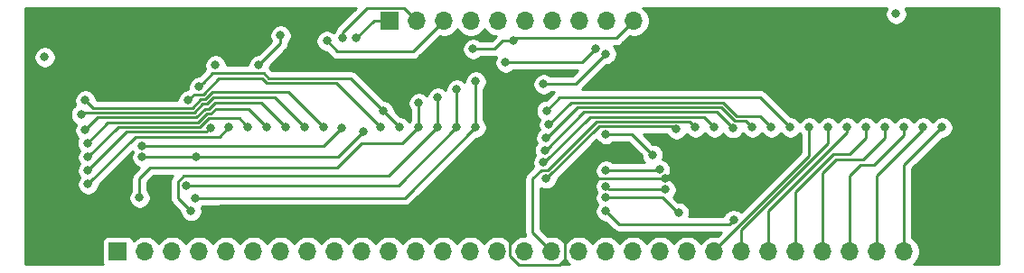
<source format=gbr>
%TF.GenerationSoftware,KiCad,Pcbnew,(5.1.10-1-10_14)*%
%TF.CreationDate,2021-09-30T16:16:12-04:00*%
%TF.ProjectId,bus-controller,6275732d-636f-46e7-9472-6f6c6c65722e,rev?*%
%TF.SameCoordinates,Original*%
%TF.FileFunction,Copper,L2,Bot*%
%TF.FilePolarity,Positive*%
%FSLAX46Y46*%
G04 Gerber Fmt 4.6, Leading zero omitted, Abs format (unit mm)*
G04 Created by KiCad (PCBNEW (5.1.10-1-10_14)) date 2021-09-30 16:16:12*
%MOMM*%
%LPD*%
G01*
G04 APERTURE LIST*
%TA.AperFunction,ComponentPad*%
%ADD10O,1.700000X1.700000*%
%TD*%
%TA.AperFunction,ComponentPad*%
%ADD11R,1.700000X1.700000*%
%TD*%
%TA.AperFunction,ViaPad*%
%ADD12C,0.800000*%
%TD*%
%TA.AperFunction,Conductor*%
%ADD13C,0.250000*%
%TD*%
%TA.AperFunction,Conductor*%
%ADD14C,0.254000*%
%TD*%
%TA.AperFunction,Conductor*%
%ADD15C,0.100000*%
%TD*%
G04 APERTURE END LIST*
D10*
%TO.P,J2,10*%
%TO.N,VCC*%
X160330000Y-110890000D03*
%TO.P,J2,9*%
%TO.N,GND*%
X157790000Y-110890000D03*
%TO.P,J2,8*%
%TO.N,OS3*%
X155250000Y-110890000D03*
%TO.P,J2,7*%
%TO.N,OS2*%
X152710000Y-110890000D03*
%TO.P,J2,6*%
%TO.N,OS1*%
X150170000Y-110890000D03*
%TO.P,J2,5*%
%TO.N,OS0*%
X147630000Y-110890000D03*
%TO.P,J2,4*%
%TO.N,IS3*%
X145090000Y-110890000D03*
%TO.P,J2,3*%
%TO.N,IS2*%
X142550000Y-110890000D03*
%TO.P,J2,2*%
%TO.N,IS1*%
X140010000Y-110890000D03*
D11*
%TO.P,J2,1*%
%TO.N,IS0*%
X137470000Y-110890000D03*
%TD*%
D10*
%TO.P,J1,30*%
%TO.N,O15*%
X185674000Y-132580000D03*
%TO.P,J1,29*%
%TO.N,O14*%
X183134000Y-132580000D03*
%TO.P,J1,28*%
%TO.N,O13*%
X180594000Y-132580000D03*
%TO.P,J1,27*%
%TO.N,O12*%
X178054000Y-132580000D03*
%TO.P,J1,26*%
%TO.N,O11*%
X175514000Y-132580000D03*
%TO.P,J1,25*%
%TO.N,O10*%
X172974000Y-132580000D03*
%TO.P,J1,24*%
%TO.N,O9*%
X170434000Y-132580000D03*
%TO.P,J1,23*%
%TO.N,O8*%
X167894000Y-132580000D03*
%TO.P,J1,22*%
%TO.N,O7*%
X165354000Y-132580000D03*
%TO.P,J1,21*%
%TO.N,O6*%
X162814000Y-132580000D03*
%TO.P,J1,20*%
%TO.N,O5*%
X160274000Y-132580000D03*
%TO.P,J1,19*%
%TO.N,O4*%
X157734000Y-132580000D03*
%TO.P,J1,18*%
%TO.N,O3*%
X155194000Y-132580000D03*
%TO.P,J1,17*%
%TO.N,O2*%
X152654000Y-132580000D03*
%TO.P,J1,16*%
%TO.N,O1*%
X150114000Y-132580000D03*
%TO.P,J1,15*%
%TO.N,I15*%
X147574000Y-132580000D03*
%TO.P,J1,14*%
%TO.N,I14*%
X145034000Y-132580000D03*
%TO.P,J1,13*%
%TO.N,I13*%
X142494000Y-132580000D03*
%TO.P,J1,12*%
%TO.N,I12*%
X139954000Y-132580000D03*
%TO.P,J1,11*%
%TO.N,I11*%
X137414000Y-132580000D03*
%TO.P,J1,10*%
%TO.N,I10*%
X134874000Y-132580000D03*
%TO.P,J1,9*%
%TO.N,I9*%
X132334000Y-132580000D03*
%TO.P,J1,8*%
%TO.N,I8*%
X129794000Y-132580000D03*
%TO.P,J1,7*%
%TO.N,I7*%
X127254000Y-132580000D03*
%TO.P,J1,6*%
%TO.N,I6*%
X124714000Y-132580000D03*
%TO.P,J1,5*%
%TO.N,I5*%
X122174000Y-132580000D03*
%TO.P,J1,4*%
%TO.N,I4*%
X119634000Y-132580000D03*
%TO.P,J1,3*%
%TO.N,I3*%
X117094000Y-132580000D03*
%TO.P,J1,2*%
%TO.N,I2*%
X114554000Y-132580000D03*
D11*
%TO.P,J1,1*%
%TO.N,I1*%
X112014000Y-132580000D03*
%TD*%
D12*
%TO.N,GND*%
X108651000Y-128717000D03*
X190246000Y-126238000D03*
X184404000Y-115824000D03*
X148590000Y-129540000D03*
X144780000Y-126492000D03*
X118364000Y-117094000D03*
X163322000Y-116586000D03*
X163322000Y-125730000D03*
%TO.N,VCC*%
X145288000Y-113538000D03*
X184912000Y-110236000D03*
X149098000Y-112776000D03*
X105156000Y-114300000D03*
X121158000Y-115062000D03*
X127254000Y-112268000D03*
X125222000Y-115062000D03*
%TO.N,IS2*%
X131579481Y-112783481D03*
%TO.N,IS1*%
X133096000Y-112522000D03*
%TO.N,OS1*%
X151892000Y-116849000D03*
X157734000Y-114009010D03*
%TO.N,IS0*%
X134366000Y-112522002D03*
%TO.N,OS0*%
X148336000Y-114808000D03*
X156734761Y-113530559D03*
%TO.N,O1*%
X152150500Y-125725500D03*
X164338000Y-121085065D03*
%TO.N,O2*%
X166116000Y-120904000D03*
%TO.N,O3*%
X167894000Y-120904000D03*
X151896500Y-124201500D03*
%TO.N,O4*%
X152023500Y-123058500D03*
X169631659Y-120983461D03*
%TO.N,O5*%
X171450000Y-120904000D03*
X152150500Y-121915500D03*
%TO.N,O6*%
X173228000Y-120904000D03*
X152400000Y-120650000D03*
%TO.N,O7*%
X175006000Y-120904000D03*
X152174501Y-119351499D03*
%TO.N,O8*%
X176784000Y-120904000D03*
%TO.N,O9*%
X178562000Y-120904000D03*
%TO.N,O10*%
X180340000Y-120904000D03*
%TO.N,O11*%
X182118000Y-120904000D03*
X162088998Y-123481002D03*
X157734000Y-121535076D03*
%TO.N,O12*%
X157734000Y-127508000D03*
X164541386Y-128937021D03*
X183896000Y-120904000D03*
%TO.N,O13*%
X157734000Y-128778000D03*
X185674000Y-120904000D03*
X169706293Y-129621976D03*
%TO.N,O14*%
X157734000Y-124968000D03*
X187452000Y-120904000D03*
X162767294Y-124897940D03*
%TO.N,O15*%
X163322000Y-126746000D03*
X189230000Y-120904000D03*
X157727411Y-126455010D03*
%TO.N,I1*%
X109215340Y-124963340D03*
X120685980Y-120939988D03*
%TO.N,I2*%
X109220000Y-126238000D03*
X122428010Y-120904000D03*
%TO.N,I3*%
X109220000Y-123698000D03*
X124206000Y-120903994D03*
%TO.N,I4*%
X109159000Y-122367000D03*
X125984000Y-120903994D03*
%TO.N,I5*%
X108966000Y-121158000D03*
X127762000Y-120904000D03*
%TO.N,I6*%
X129540000Y-120904000D03*
X108579562Y-119694781D03*
%TO.N,I7*%
X131318000Y-120904000D03*
X108966000Y-118364000D03*
%TO.N,I8*%
X114300000Y-122682000D03*
X133003564Y-120996436D03*
%TO.N,I9*%
X114300000Y-123698000D03*
X119380000Y-123698000D03*
X135029567Y-121306001D03*
%TO.N,I10*%
X136652000Y-120904000D03*
X118618000Y-118364000D03*
%TO.N,I11*%
X138430000Y-120904000D03*
X119634000Y-117094000D03*
X136906000Y-119380000D03*
%TO.N,I12*%
X140208000Y-120904000D03*
X114046000Y-127508000D03*
X140208000Y-118618000D03*
%TO.N,I13*%
X141986000Y-120904000D03*
X118872000Y-128778000D03*
X141986000Y-118110000D03*
%TO.N,I14*%
X143764000Y-120904000D03*
X118387483Y-126351919D03*
X143764000Y-117348000D03*
%TO.N,I15*%
X145542000Y-120904000D03*
X119297238Y-127562968D03*
X145542000Y-116586000D03*
%TD*%
D13*
%TO.N,GND*%
X147828000Y-129540000D02*
X144780000Y-126492000D01*
X148590000Y-129540000D02*
X147828000Y-129540000D01*
X144780000Y-126492000D02*
X143002000Y-128270000D01*
X143002000Y-128270000D02*
X121666000Y-128270000D01*
X121666000Y-128270000D02*
X120142000Y-129794000D01*
X109728000Y-129794000D02*
X108651000Y-128717000D01*
X120142000Y-129794000D02*
X109728000Y-129794000D01*
X148749001Y-129699001D02*
X148590000Y-129540000D01*
X149606000Y-133858000D02*
X148749001Y-133001001D01*
X153416000Y-133858000D02*
X149606000Y-133858000D01*
X153924000Y-133350000D02*
X153416000Y-133858000D01*
X156210000Y-125730000D02*
X153924000Y-128016000D01*
X148749001Y-133001001D02*
X148749001Y-129699001D01*
X153924000Y-128016000D02*
X153924000Y-133350000D01*
X163322000Y-125730000D02*
X156210000Y-125730000D01*
%TO.N,VCC*%
X160330000Y-110890000D02*
X158698000Y-112522000D01*
X149352000Y-112522000D02*
X149098000Y-112776000D01*
X158698000Y-112522000D02*
X149352000Y-112522000D01*
X149098000Y-112776000D02*
X148082000Y-112776000D01*
X147320000Y-113538000D02*
X145288000Y-113538000D01*
X148082000Y-112776000D02*
X147320000Y-113538000D01*
X127254000Y-113030000D02*
X125222000Y-115062000D01*
X127254000Y-112268000D02*
X127254000Y-113030000D01*
%TO.N,IS2*%
X139648000Y-113792000D02*
X132588000Y-113792000D01*
X132588000Y-113792000D02*
X131579481Y-112783481D01*
X142550000Y-110890000D02*
X139648000Y-113792000D01*
%TO.N,IS1*%
X135337316Y-109714999D02*
X138834999Y-109714999D01*
X133096000Y-111956315D02*
X135337316Y-109714999D01*
X138834999Y-109714999D02*
X140010000Y-110890000D01*
X133096000Y-112522000D02*
X133096000Y-111956315D01*
%TO.N,OS1*%
X154894010Y-116849000D02*
X157734000Y-114009010D01*
X151892000Y-116849000D02*
X154894010Y-116849000D01*
%TO.N,IS0*%
X135998002Y-110890000D02*
X134366000Y-112522002D01*
X137470000Y-110890000D02*
X135998002Y-110890000D01*
%TO.N,OS0*%
X148336000Y-114808000D02*
X155457320Y-114808000D01*
X155457320Y-114808000D02*
X156734761Y-113530559D01*
%TO.N,O1*%
X164063001Y-120810066D02*
X164338000Y-121085065D01*
X157065934Y-120810066D02*
X164063001Y-120810066D01*
X152150500Y-125725500D02*
X157065934Y-120810066D01*
%TO.N,O2*%
X166116000Y-120904000D02*
X165572055Y-120360055D01*
X165572055Y-120360055D02*
X156810949Y-120360055D01*
X156810949Y-120360055D02*
X152244502Y-124926502D01*
X152244502Y-124926502D02*
X151679498Y-124926502D01*
X151679498Y-124926502D02*
X150876000Y-125730000D01*
X150876000Y-125730000D02*
X150876000Y-130802000D01*
X150876000Y-130802000D02*
X152654000Y-132580000D01*
%TO.N,O3*%
X156244960Y-119910044D02*
X151953504Y-124201500D01*
X151953504Y-124201500D02*
X151896500Y-124201500D01*
X167894000Y-120904000D02*
X166900044Y-119910044D01*
X166900044Y-119910044D02*
X156244960Y-119910044D01*
%TO.N,O4*%
X168108231Y-119460033D02*
X169631659Y-120983461D01*
X152023500Y-123058500D02*
X152080504Y-123058500D01*
X152080504Y-123058500D02*
X155678971Y-119460033D01*
X155678971Y-119460033D02*
X168108231Y-119460033D01*
%TO.N,O5*%
X155112982Y-119010022D02*
X152207504Y-121915500D01*
X168537202Y-119010022D02*
X155112982Y-119010022D01*
X152207504Y-121915500D02*
X152150500Y-121915500D01*
X169807200Y-120280022D02*
X168537202Y-119010022D01*
X170826022Y-120280022D02*
X169807200Y-120280022D01*
X171450000Y-120904000D02*
X170826022Y-120280022D01*
%TO.N,O6*%
X154489989Y-118560011D02*
X152400000Y-120650000D01*
X168723601Y-118560011D02*
X154489989Y-118560011D01*
X173228000Y-120904000D02*
X172154011Y-119830011D01*
X172154011Y-119830011D02*
X169993600Y-119830011D01*
X169993600Y-119830011D02*
X168723601Y-118560011D01*
%TO.N,O7*%
X153416000Y-118110000D02*
X152174501Y-119351499D01*
X175006000Y-120904000D02*
X172212000Y-118110000D01*
X172212000Y-118110000D02*
X153416000Y-118110000D01*
%TO.N,O8*%
X167894000Y-132459590D02*
X167894000Y-132580000D01*
X176784000Y-120904000D02*
X176784000Y-123569590D01*
X176784000Y-123569590D02*
X167894000Y-132459590D01*
%TO.N,O9*%
X170434000Y-132580000D02*
X170434000Y-130556000D01*
X178562000Y-122428000D02*
X178562000Y-120904000D01*
X170434000Y-130556000D02*
X178562000Y-122428000D01*
%TO.N,O10*%
X180340000Y-120904000D02*
X180340000Y-121412000D01*
X172974000Y-128778000D02*
X172974000Y-132580000D01*
X180340000Y-121412000D02*
X172974000Y-128778000D01*
%TO.N,O11*%
X162088998Y-123481002D02*
X160143072Y-121535076D01*
X160143072Y-121535076D02*
X157734000Y-121535076D01*
X175514000Y-132580000D02*
X175514000Y-127000000D01*
X175514000Y-127000000D02*
X179070000Y-123444000D01*
X179070000Y-123444000D02*
X180594000Y-123444000D01*
X182118000Y-121920000D02*
X182118000Y-120904000D01*
X180594000Y-123444000D02*
X182118000Y-121920000D01*
%TO.N,O12*%
X157480000Y-127508000D02*
X157734000Y-127508000D01*
X164440019Y-128937021D02*
X164541386Y-128937021D01*
X163010998Y-127508000D02*
X164440019Y-128937021D01*
X157734000Y-127508000D02*
X163010998Y-127508000D01*
X183896000Y-120904000D02*
X183896000Y-121920000D01*
X183896000Y-121920000D02*
X181864000Y-123952000D01*
X181864000Y-123952000D02*
X179324000Y-123952000D01*
X178054000Y-125222000D02*
X178054000Y-132580000D01*
X179324000Y-123952000D02*
X178054000Y-125222000D01*
%TO.N,O13*%
X158977975Y-130021975D02*
X169306294Y-130021975D01*
X169306294Y-130021975D02*
X169706293Y-129621976D01*
X157734000Y-128778000D02*
X158977975Y-130021975D01*
X185674000Y-120904000D02*
X185674000Y-121666000D01*
X185674000Y-121666000D02*
X182880000Y-124460000D01*
X182880000Y-124460000D02*
X181610000Y-124460000D01*
X180594000Y-125476000D02*
X180594000Y-132580000D01*
X181610000Y-124460000D02*
X180594000Y-125476000D01*
%TO.N,O14*%
X183134000Y-132580000D02*
X183134000Y-125476000D01*
X187452000Y-121158000D02*
X187452000Y-120904000D01*
X183134000Y-125476000D02*
X187452000Y-121158000D01*
X162697234Y-124968000D02*
X162767294Y-124897940D01*
X157734000Y-124968000D02*
X162697234Y-124968000D01*
%TO.N,O15*%
X189230000Y-120904000D02*
X185674000Y-124460000D01*
X185674000Y-124460000D02*
X185674000Y-132580000D01*
X158018401Y-126746000D02*
X157727411Y-126455010D01*
X163322000Y-126746000D02*
X158018401Y-126746000D01*
%TO.N,I1*%
X120286911Y-121339057D02*
X120685980Y-120939988D01*
X112839623Y-121339057D02*
X120286911Y-121339057D01*
X109215340Y-124963340D02*
X112839623Y-121339057D01*
%TO.N,I2*%
X113668932Y-121789068D02*
X121542942Y-121789068D01*
X121542942Y-121789068D02*
X122428010Y-120904000D01*
X109220000Y-126238000D02*
X113668932Y-121789068D01*
%TO.N,I3*%
X119711602Y-120889046D02*
X120531591Y-120069057D01*
X123371063Y-120069057D02*
X123806001Y-120503995D01*
X120531591Y-120069057D02*
X123371063Y-120069057D01*
X109220000Y-123698000D02*
X112028954Y-120889046D01*
X123806001Y-120503995D02*
X124206000Y-120903994D01*
X112028954Y-120889046D02*
X119711602Y-120889046D01*
%TO.N,I4*%
X120345191Y-119619046D02*
X120727602Y-119619046D01*
X124228048Y-119148042D02*
X125584001Y-120503995D01*
X109159000Y-122367000D02*
X111086965Y-120439035D01*
X119525202Y-120439035D02*
X120345191Y-119619046D01*
X111086965Y-120439035D02*
X119525202Y-120439035D01*
X125584001Y-120503995D02*
X125984000Y-120903994D01*
X120727602Y-119619046D02*
X121198605Y-119148042D01*
X121198605Y-119148042D02*
X124228048Y-119148042D01*
%TO.N,I5*%
X125476000Y-118618000D02*
X127762000Y-120904000D01*
X110134976Y-119989024D02*
X119338802Y-119989024D01*
X119338802Y-119989024D02*
X120158791Y-119169035D01*
X120158791Y-119169035D02*
X120541202Y-119169035D01*
X108966000Y-121158000D02*
X110134976Y-119989024D01*
X120541202Y-119169035D02*
X121092237Y-118618000D01*
X121092237Y-118618000D02*
X125476000Y-118618000D01*
%TO.N,I6*%
X120354802Y-118719024D02*
X119972391Y-118719024D01*
X126746000Y-118110000D02*
X120963825Y-118110000D01*
X119152402Y-119539013D02*
X108735330Y-119539013D01*
X119972391Y-118719024D02*
X119152402Y-119539013D01*
X108735330Y-119539013D02*
X108579562Y-119694781D01*
X120963825Y-118110000D02*
X120354802Y-118719024D01*
X129540000Y-120904000D02*
X126746000Y-118110000D01*
%TO.N,I7*%
X119785991Y-118269013D02*
X120168402Y-118269013D01*
X120168402Y-118269013D02*
X120893406Y-117544009D01*
X130918001Y-120504001D02*
X131318000Y-120904000D01*
X127958009Y-117544009D02*
X130918001Y-120504001D01*
X120893406Y-117544009D02*
X127958009Y-117544009D01*
X118966002Y-119089002D02*
X119785991Y-118269013D01*
X108966000Y-118364000D02*
X109691002Y-119089002D01*
X109691002Y-119089002D02*
X118966002Y-119089002D01*
%TO.N,I8*%
X131318000Y-122682000D02*
X133003564Y-120996436D01*
X114300000Y-122682000D02*
X131318000Y-122682000D01*
%TO.N,I9*%
X114300000Y-123698000D02*
X132637568Y-123698000D01*
X132637568Y-123698000D02*
X135029567Y-121306001D01*
%TO.N,I10*%
X119982002Y-117819002D02*
X119162998Y-117819002D01*
X125957598Y-116745013D02*
X125544585Y-116332000D01*
X119162998Y-117819002D02*
X118618000Y-118364000D01*
X136652000Y-120904000D02*
X132493013Y-116745013D01*
X121469004Y-116332000D02*
X119982002Y-117819002D01*
X132493013Y-116745013D02*
X125957598Y-116745013D01*
X125544585Y-116332000D02*
X121469004Y-116332000D01*
%TO.N,I11*%
X138430000Y-120904000D02*
X136906000Y-119380000D01*
X126143998Y-116295002D02*
X125672996Y-115824000D01*
X125672996Y-115824000D02*
X120904000Y-115824000D01*
X133821002Y-116295002D02*
X126143998Y-116295002D01*
X120033999Y-116694001D02*
X119634000Y-117094000D01*
X136906000Y-119380000D02*
X133821002Y-116295002D01*
X120904000Y-115824000D02*
X120033999Y-116694001D01*
%TO.N,I12*%
X140208000Y-120904000D02*
X139192000Y-121920000D01*
X139192000Y-121920000D02*
X138684000Y-122428000D01*
X138684000Y-122428000D02*
X134874000Y-122428000D01*
X134874000Y-122428000D02*
X132588000Y-124714000D01*
X132588000Y-124714000D02*
X115062000Y-124714000D01*
X115062000Y-124714000D02*
X114046000Y-125730000D01*
X114046000Y-125730000D02*
X114046000Y-127508000D01*
X140208000Y-120904000D02*
X140208000Y-118618000D01*
%TO.N,I13*%
X137414000Y-125476000D02*
X118190400Y-125476000D01*
X118190400Y-125476000D02*
X117662482Y-126003918D01*
X141986000Y-120904000D02*
X137414000Y-125476000D01*
X117662482Y-127568482D02*
X118872000Y-128778000D01*
X117662482Y-126003918D02*
X117662482Y-127568482D01*
X141986000Y-120904000D02*
X141986000Y-118110000D01*
%TO.N,I14*%
X138316081Y-126351919D02*
X118387483Y-126351919D01*
X143764000Y-120904000D02*
X138316081Y-126351919D01*
X143764000Y-120904000D02*
X143764000Y-117348000D01*
%TO.N,I15*%
X138883032Y-127562968D02*
X119297238Y-127562968D01*
X145542000Y-120904000D02*
X138883032Y-127562968D01*
X145542000Y-120904000D02*
X145542000Y-116586000D01*
%TD*%
D14*
%TO.N,GND*%
X154040525Y-133526632D02*
X154247368Y-133733475D01*
X154287065Y-133760000D01*
X153560935Y-133760000D01*
X153600632Y-133733475D01*
X153807475Y-133526632D01*
X153924000Y-133352240D01*
X154040525Y-133526632D01*
%TA.AperFunction,Conductor*%
D15*
G36*
X154040525Y-133526632D02*
G01*
X154247368Y-133733475D01*
X154287065Y-133760000D01*
X153560935Y-133760000D01*
X153600632Y-133733475D01*
X153807475Y-133526632D01*
X153924000Y-133352240D01*
X154040525Y-133526632D01*
G37*
%TD.AperFunction*%
D14*
X183994795Y-109745744D02*
X183916774Y-109934102D01*
X183877000Y-110134061D01*
X183877000Y-110337939D01*
X183916774Y-110537898D01*
X183994795Y-110726256D01*
X184108063Y-110895774D01*
X184252226Y-111039937D01*
X184421744Y-111153205D01*
X184610102Y-111231226D01*
X184810061Y-111271000D01*
X185013939Y-111271000D01*
X185213898Y-111231226D01*
X185402256Y-111153205D01*
X185571774Y-111039937D01*
X185715937Y-110895774D01*
X185829205Y-110726256D01*
X185907226Y-110537898D01*
X185947000Y-110337939D01*
X185947000Y-110134061D01*
X185907226Y-109934102D01*
X185829205Y-109745744D01*
X185785276Y-109680000D01*
X194518000Y-109680000D01*
X194518000Y-110003582D01*
X194518001Y-133760000D01*
X186580935Y-133760000D01*
X186620632Y-133733475D01*
X186827475Y-133526632D01*
X186989990Y-133283411D01*
X187101932Y-133013158D01*
X187159000Y-132726260D01*
X187159000Y-132433740D01*
X187101932Y-132146842D01*
X186989990Y-131876589D01*
X186827475Y-131633368D01*
X186620632Y-131426525D01*
X186434000Y-131301822D01*
X186434000Y-124774801D01*
X189269803Y-121939000D01*
X189331939Y-121939000D01*
X189531898Y-121899226D01*
X189720256Y-121821205D01*
X189889774Y-121707937D01*
X190033937Y-121563774D01*
X190147205Y-121394256D01*
X190225226Y-121205898D01*
X190265000Y-121005939D01*
X190265000Y-120802061D01*
X190225226Y-120602102D01*
X190147205Y-120413744D01*
X190033937Y-120244226D01*
X189889774Y-120100063D01*
X189720256Y-119986795D01*
X189531898Y-119908774D01*
X189331939Y-119869000D01*
X189128061Y-119869000D01*
X188928102Y-119908774D01*
X188739744Y-119986795D01*
X188570226Y-120100063D01*
X188426063Y-120244226D01*
X188341000Y-120371532D01*
X188255937Y-120244226D01*
X188111774Y-120100063D01*
X187942256Y-119986795D01*
X187753898Y-119908774D01*
X187553939Y-119869000D01*
X187350061Y-119869000D01*
X187150102Y-119908774D01*
X186961744Y-119986795D01*
X186792226Y-120100063D01*
X186648063Y-120244226D01*
X186563000Y-120371532D01*
X186477937Y-120244226D01*
X186333774Y-120100063D01*
X186164256Y-119986795D01*
X185975898Y-119908774D01*
X185775939Y-119869000D01*
X185572061Y-119869000D01*
X185372102Y-119908774D01*
X185183744Y-119986795D01*
X185014226Y-120100063D01*
X184870063Y-120244226D01*
X184785000Y-120371532D01*
X184699937Y-120244226D01*
X184555774Y-120100063D01*
X184386256Y-119986795D01*
X184197898Y-119908774D01*
X183997939Y-119869000D01*
X183794061Y-119869000D01*
X183594102Y-119908774D01*
X183405744Y-119986795D01*
X183236226Y-120100063D01*
X183092063Y-120244226D01*
X183007000Y-120371532D01*
X182921937Y-120244226D01*
X182777774Y-120100063D01*
X182608256Y-119986795D01*
X182419898Y-119908774D01*
X182219939Y-119869000D01*
X182016061Y-119869000D01*
X181816102Y-119908774D01*
X181627744Y-119986795D01*
X181458226Y-120100063D01*
X181314063Y-120244226D01*
X181229000Y-120371532D01*
X181143937Y-120244226D01*
X180999774Y-120100063D01*
X180830256Y-119986795D01*
X180641898Y-119908774D01*
X180441939Y-119869000D01*
X180238061Y-119869000D01*
X180038102Y-119908774D01*
X179849744Y-119986795D01*
X179680226Y-120100063D01*
X179536063Y-120244226D01*
X179451000Y-120371532D01*
X179365937Y-120244226D01*
X179221774Y-120100063D01*
X179052256Y-119986795D01*
X178863898Y-119908774D01*
X178663939Y-119869000D01*
X178460061Y-119869000D01*
X178260102Y-119908774D01*
X178071744Y-119986795D01*
X177902226Y-120100063D01*
X177758063Y-120244226D01*
X177673000Y-120371532D01*
X177587937Y-120244226D01*
X177443774Y-120100063D01*
X177274256Y-119986795D01*
X177085898Y-119908774D01*
X176885939Y-119869000D01*
X176682061Y-119869000D01*
X176482102Y-119908774D01*
X176293744Y-119986795D01*
X176124226Y-120100063D01*
X175980063Y-120244226D01*
X175895000Y-120371532D01*
X175809937Y-120244226D01*
X175665774Y-120100063D01*
X175496256Y-119986795D01*
X175307898Y-119908774D01*
X175107939Y-119869000D01*
X175045802Y-119869000D01*
X172775804Y-117599003D01*
X172752001Y-117569999D01*
X172636276Y-117475026D01*
X172504247Y-117404454D01*
X172360986Y-117360997D01*
X172249333Y-117350000D01*
X172249322Y-117350000D01*
X172212000Y-117346324D01*
X172174678Y-117350000D01*
X155467811Y-117350000D01*
X157773803Y-115044010D01*
X157835939Y-115044010D01*
X158035898Y-115004236D01*
X158224256Y-114926215D01*
X158393774Y-114812947D01*
X158537937Y-114668784D01*
X158651205Y-114499266D01*
X158729226Y-114310908D01*
X158769000Y-114110949D01*
X158769000Y-113907071D01*
X158729226Y-113707112D01*
X158651205Y-113518754D01*
X158537937Y-113349236D01*
X158470701Y-113282000D01*
X158660678Y-113282000D01*
X158698000Y-113285676D01*
X158735322Y-113282000D01*
X158735333Y-113282000D01*
X158846986Y-113271003D01*
X158990247Y-113227546D01*
X159122276Y-113156974D01*
X159238001Y-113062001D01*
X159261804Y-113032997D01*
X159963592Y-112331209D01*
X160183740Y-112375000D01*
X160476260Y-112375000D01*
X160763158Y-112317932D01*
X161033411Y-112205990D01*
X161276632Y-112043475D01*
X161483475Y-111836632D01*
X161645990Y-111593411D01*
X161757932Y-111323158D01*
X161815000Y-111036260D01*
X161815000Y-110743740D01*
X161757932Y-110456842D01*
X161645990Y-110186589D01*
X161483475Y-109943368D01*
X161276632Y-109736525D01*
X161192036Y-109680000D01*
X184038724Y-109680000D01*
X183994795Y-109745744D01*
%TA.AperFunction,Conductor*%
D15*
G36*
X183994795Y-109745744D02*
G01*
X183916774Y-109934102D01*
X183877000Y-110134061D01*
X183877000Y-110337939D01*
X183916774Y-110537898D01*
X183994795Y-110726256D01*
X184108063Y-110895774D01*
X184252226Y-111039937D01*
X184421744Y-111153205D01*
X184610102Y-111231226D01*
X184810061Y-111271000D01*
X185013939Y-111271000D01*
X185213898Y-111231226D01*
X185402256Y-111153205D01*
X185571774Y-111039937D01*
X185715937Y-110895774D01*
X185829205Y-110726256D01*
X185907226Y-110537898D01*
X185947000Y-110337939D01*
X185947000Y-110134061D01*
X185907226Y-109934102D01*
X185829205Y-109745744D01*
X185785276Y-109680000D01*
X194518000Y-109680000D01*
X194518000Y-110003582D01*
X194518001Y-133760000D01*
X186580935Y-133760000D01*
X186620632Y-133733475D01*
X186827475Y-133526632D01*
X186989990Y-133283411D01*
X187101932Y-133013158D01*
X187159000Y-132726260D01*
X187159000Y-132433740D01*
X187101932Y-132146842D01*
X186989990Y-131876589D01*
X186827475Y-131633368D01*
X186620632Y-131426525D01*
X186434000Y-131301822D01*
X186434000Y-124774801D01*
X189269803Y-121939000D01*
X189331939Y-121939000D01*
X189531898Y-121899226D01*
X189720256Y-121821205D01*
X189889774Y-121707937D01*
X190033937Y-121563774D01*
X190147205Y-121394256D01*
X190225226Y-121205898D01*
X190265000Y-121005939D01*
X190265000Y-120802061D01*
X190225226Y-120602102D01*
X190147205Y-120413744D01*
X190033937Y-120244226D01*
X189889774Y-120100063D01*
X189720256Y-119986795D01*
X189531898Y-119908774D01*
X189331939Y-119869000D01*
X189128061Y-119869000D01*
X188928102Y-119908774D01*
X188739744Y-119986795D01*
X188570226Y-120100063D01*
X188426063Y-120244226D01*
X188341000Y-120371532D01*
X188255937Y-120244226D01*
X188111774Y-120100063D01*
X187942256Y-119986795D01*
X187753898Y-119908774D01*
X187553939Y-119869000D01*
X187350061Y-119869000D01*
X187150102Y-119908774D01*
X186961744Y-119986795D01*
X186792226Y-120100063D01*
X186648063Y-120244226D01*
X186563000Y-120371532D01*
X186477937Y-120244226D01*
X186333774Y-120100063D01*
X186164256Y-119986795D01*
X185975898Y-119908774D01*
X185775939Y-119869000D01*
X185572061Y-119869000D01*
X185372102Y-119908774D01*
X185183744Y-119986795D01*
X185014226Y-120100063D01*
X184870063Y-120244226D01*
X184785000Y-120371532D01*
X184699937Y-120244226D01*
X184555774Y-120100063D01*
X184386256Y-119986795D01*
X184197898Y-119908774D01*
X183997939Y-119869000D01*
X183794061Y-119869000D01*
X183594102Y-119908774D01*
X183405744Y-119986795D01*
X183236226Y-120100063D01*
X183092063Y-120244226D01*
X183007000Y-120371532D01*
X182921937Y-120244226D01*
X182777774Y-120100063D01*
X182608256Y-119986795D01*
X182419898Y-119908774D01*
X182219939Y-119869000D01*
X182016061Y-119869000D01*
X181816102Y-119908774D01*
X181627744Y-119986795D01*
X181458226Y-120100063D01*
X181314063Y-120244226D01*
X181229000Y-120371532D01*
X181143937Y-120244226D01*
X180999774Y-120100063D01*
X180830256Y-119986795D01*
X180641898Y-119908774D01*
X180441939Y-119869000D01*
X180238061Y-119869000D01*
X180038102Y-119908774D01*
X179849744Y-119986795D01*
X179680226Y-120100063D01*
X179536063Y-120244226D01*
X179451000Y-120371532D01*
X179365937Y-120244226D01*
X179221774Y-120100063D01*
X179052256Y-119986795D01*
X178863898Y-119908774D01*
X178663939Y-119869000D01*
X178460061Y-119869000D01*
X178260102Y-119908774D01*
X178071744Y-119986795D01*
X177902226Y-120100063D01*
X177758063Y-120244226D01*
X177673000Y-120371532D01*
X177587937Y-120244226D01*
X177443774Y-120100063D01*
X177274256Y-119986795D01*
X177085898Y-119908774D01*
X176885939Y-119869000D01*
X176682061Y-119869000D01*
X176482102Y-119908774D01*
X176293744Y-119986795D01*
X176124226Y-120100063D01*
X175980063Y-120244226D01*
X175895000Y-120371532D01*
X175809937Y-120244226D01*
X175665774Y-120100063D01*
X175496256Y-119986795D01*
X175307898Y-119908774D01*
X175107939Y-119869000D01*
X175045802Y-119869000D01*
X172775804Y-117599003D01*
X172752001Y-117569999D01*
X172636276Y-117475026D01*
X172504247Y-117404454D01*
X172360986Y-117360997D01*
X172249333Y-117350000D01*
X172249322Y-117350000D01*
X172212000Y-117346324D01*
X172174678Y-117350000D01*
X155467811Y-117350000D01*
X157773803Y-115044010D01*
X157835939Y-115044010D01*
X158035898Y-115004236D01*
X158224256Y-114926215D01*
X158393774Y-114812947D01*
X158537937Y-114668784D01*
X158651205Y-114499266D01*
X158729226Y-114310908D01*
X158769000Y-114110949D01*
X158769000Y-113907071D01*
X158729226Y-113707112D01*
X158651205Y-113518754D01*
X158537937Y-113349236D01*
X158470701Y-113282000D01*
X158660678Y-113282000D01*
X158698000Y-113285676D01*
X158735322Y-113282000D01*
X158735333Y-113282000D01*
X158846986Y-113271003D01*
X158990247Y-113227546D01*
X159122276Y-113156974D01*
X159238001Y-113062001D01*
X159261804Y-113032997D01*
X159963592Y-112331209D01*
X160183740Y-112375000D01*
X160476260Y-112375000D01*
X160763158Y-112317932D01*
X161033411Y-112205990D01*
X161276632Y-112043475D01*
X161483475Y-111836632D01*
X161645990Y-111593411D01*
X161757932Y-111323158D01*
X161815000Y-111036260D01*
X161815000Y-110743740D01*
X161757932Y-110456842D01*
X161645990Y-110186589D01*
X161483475Y-109943368D01*
X161276632Y-109736525D01*
X161192036Y-109680000D01*
X184038724Y-109680000D01*
X183994795Y-109745744D01*
G37*
%TD.AperFunction*%
D14*
X132584998Y-111392516D02*
X132556000Y-111416314D01*
X132532202Y-111445312D01*
X132532201Y-111445313D01*
X132461026Y-111532039D01*
X132444769Y-111562454D01*
X132390454Y-111664068D01*
X132347013Y-111807276D01*
X132292063Y-111862226D01*
X132221570Y-111967727D01*
X132069737Y-111866276D01*
X131881379Y-111788255D01*
X131681420Y-111748481D01*
X131477542Y-111748481D01*
X131277583Y-111788255D01*
X131089225Y-111866276D01*
X130919707Y-111979544D01*
X130775544Y-112123707D01*
X130662276Y-112293225D01*
X130584255Y-112481583D01*
X130544481Y-112681542D01*
X130544481Y-112885420D01*
X130584255Y-113085379D01*
X130662276Y-113273737D01*
X130775544Y-113443255D01*
X130919707Y-113587418D01*
X131089225Y-113700686D01*
X131277583Y-113778707D01*
X131477542Y-113818481D01*
X131539680Y-113818481D01*
X132024201Y-114303003D01*
X132047999Y-114332001D01*
X132163724Y-114426974D01*
X132295753Y-114497546D01*
X132439014Y-114541003D01*
X132550667Y-114552000D01*
X132550676Y-114552000D01*
X132587999Y-114555676D01*
X132625322Y-114552000D01*
X139610678Y-114552000D01*
X139648000Y-114555676D01*
X139685322Y-114552000D01*
X139685333Y-114552000D01*
X139796986Y-114541003D01*
X139940247Y-114497546D01*
X140072276Y-114426974D01*
X140188001Y-114332001D01*
X140211804Y-114302997D01*
X142183592Y-112331210D01*
X142403740Y-112375000D01*
X142696260Y-112375000D01*
X142983158Y-112317932D01*
X143253411Y-112205990D01*
X143496632Y-112043475D01*
X143703475Y-111836632D01*
X143820000Y-111662240D01*
X143936525Y-111836632D01*
X144143368Y-112043475D01*
X144386589Y-112205990D01*
X144656842Y-112317932D01*
X144943740Y-112375000D01*
X145236260Y-112375000D01*
X145523158Y-112317932D01*
X145793411Y-112205990D01*
X146036632Y-112043475D01*
X146243475Y-111836632D01*
X146360000Y-111662240D01*
X146476525Y-111836632D01*
X146683368Y-112043475D01*
X146926589Y-112205990D01*
X147196842Y-112317932D01*
X147420731Y-112362467D01*
X147005199Y-112778000D01*
X145991711Y-112778000D01*
X145947774Y-112734063D01*
X145778256Y-112620795D01*
X145589898Y-112542774D01*
X145389939Y-112503000D01*
X145186061Y-112503000D01*
X144986102Y-112542774D01*
X144797744Y-112620795D01*
X144628226Y-112734063D01*
X144484063Y-112878226D01*
X144370795Y-113047744D01*
X144292774Y-113236102D01*
X144253000Y-113436061D01*
X144253000Y-113639939D01*
X144292774Y-113839898D01*
X144370795Y-114028256D01*
X144484063Y-114197774D01*
X144628226Y-114341937D01*
X144797744Y-114455205D01*
X144986102Y-114533226D01*
X145186061Y-114573000D01*
X145389939Y-114573000D01*
X145589898Y-114533226D01*
X145778256Y-114455205D01*
X145947774Y-114341937D01*
X145991711Y-114298000D01*
X147282678Y-114298000D01*
X147320000Y-114301676D01*
X147357322Y-114298000D01*
X147357333Y-114298000D01*
X147437247Y-114290129D01*
X147418795Y-114317744D01*
X147340774Y-114506102D01*
X147301000Y-114706061D01*
X147301000Y-114909939D01*
X147340774Y-115109898D01*
X147418795Y-115298256D01*
X147532063Y-115467774D01*
X147676226Y-115611937D01*
X147845744Y-115725205D01*
X148034102Y-115803226D01*
X148234061Y-115843000D01*
X148437939Y-115843000D01*
X148637898Y-115803226D01*
X148826256Y-115725205D01*
X148995774Y-115611937D01*
X149039711Y-115568000D01*
X155100208Y-115568000D01*
X154579209Y-116089000D01*
X152595711Y-116089000D01*
X152551774Y-116045063D01*
X152382256Y-115931795D01*
X152193898Y-115853774D01*
X151993939Y-115814000D01*
X151790061Y-115814000D01*
X151590102Y-115853774D01*
X151401744Y-115931795D01*
X151232226Y-116045063D01*
X151088063Y-116189226D01*
X150974795Y-116358744D01*
X150896774Y-116547102D01*
X150857000Y-116747061D01*
X150857000Y-116950939D01*
X150896774Y-117150898D01*
X150974795Y-117339256D01*
X151088063Y-117508774D01*
X151232226Y-117652937D01*
X151401744Y-117766205D01*
X151590102Y-117844226D01*
X151790061Y-117884000D01*
X151993939Y-117884000D01*
X152193898Y-117844226D01*
X152382256Y-117766205D01*
X152551774Y-117652937D01*
X152595711Y-117609000D01*
X152842198Y-117609000D01*
X152134700Y-118316499D01*
X152072562Y-118316499D01*
X151872603Y-118356273D01*
X151684245Y-118434294D01*
X151514727Y-118547562D01*
X151370564Y-118691725D01*
X151257296Y-118861243D01*
X151179275Y-119049601D01*
X151139501Y-119249560D01*
X151139501Y-119453438D01*
X151179275Y-119653397D01*
X151257296Y-119841755D01*
X151370564Y-120011273D01*
X151497311Y-120138020D01*
X151482795Y-120159744D01*
X151404774Y-120348102D01*
X151365000Y-120548061D01*
X151365000Y-120751939D01*
X151404774Y-120951898D01*
X151476714Y-121125575D01*
X151346563Y-121255726D01*
X151233295Y-121425244D01*
X151155274Y-121613602D01*
X151115500Y-121813561D01*
X151115500Y-122017439D01*
X151155274Y-122217398D01*
X151227214Y-122391075D01*
X151219563Y-122398726D01*
X151106295Y-122568244D01*
X151028274Y-122756602D01*
X150988500Y-122956561D01*
X150988500Y-123160439D01*
X151028274Y-123360398D01*
X151100214Y-123534075D01*
X151092563Y-123541726D01*
X150979295Y-123711244D01*
X150901274Y-123899602D01*
X150861500Y-124099561D01*
X150861500Y-124303439D01*
X150901274Y-124503398D01*
X150938333Y-124592865D01*
X150365002Y-125166197D01*
X150335999Y-125189999D01*
X150298868Y-125235244D01*
X150241026Y-125305724D01*
X150172859Y-125433254D01*
X150170454Y-125437754D01*
X150126997Y-125581015D01*
X150116000Y-125692668D01*
X150116000Y-125692678D01*
X150112324Y-125730000D01*
X150116000Y-125767323D01*
X150116001Y-130764668D01*
X150112324Y-130802000D01*
X150126998Y-130950985D01*
X150170454Y-131094246D01*
X150170857Y-131095000D01*
X149967740Y-131095000D01*
X149680842Y-131152068D01*
X149410589Y-131264010D01*
X149167368Y-131426525D01*
X148960525Y-131633368D01*
X148844000Y-131807760D01*
X148727475Y-131633368D01*
X148520632Y-131426525D01*
X148277411Y-131264010D01*
X148007158Y-131152068D01*
X147720260Y-131095000D01*
X147427740Y-131095000D01*
X147140842Y-131152068D01*
X146870589Y-131264010D01*
X146627368Y-131426525D01*
X146420525Y-131633368D01*
X146304000Y-131807760D01*
X146187475Y-131633368D01*
X145980632Y-131426525D01*
X145737411Y-131264010D01*
X145467158Y-131152068D01*
X145180260Y-131095000D01*
X144887740Y-131095000D01*
X144600842Y-131152068D01*
X144330589Y-131264010D01*
X144087368Y-131426525D01*
X143880525Y-131633368D01*
X143764000Y-131807760D01*
X143647475Y-131633368D01*
X143440632Y-131426525D01*
X143197411Y-131264010D01*
X142927158Y-131152068D01*
X142640260Y-131095000D01*
X142347740Y-131095000D01*
X142060842Y-131152068D01*
X141790589Y-131264010D01*
X141547368Y-131426525D01*
X141340525Y-131633368D01*
X141224000Y-131807760D01*
X141107475Y-131633368D01*
X140900632Y-131426525D01*
X140657411Y-131264010D01*
X140387158Y-131152068D01*
X140100260Y-131095000D01*
X139807740Y-131095000D01*
X139520842Y-131152068D01*
X139250589Y-131264010D01*
X139007368Y-131426525D01*
X138800525Y-131633368D01*
X138684000Y-131807760D01*
X138567475Y-131633368D01*
X138360632Y-131426525D01*
X138117411Y-131264010D01*
X137847158Y-131152068D01*
X137560260Y-131095000D01*
X137267740Y-131095000D01*
X136980842Y-131152068D01*
X136710589Y-131264010D01*
X136467368Y-131426525D01*
X136260525Y-131633368D01*
X136144000Y-131807760D01*
X136027475Y-131633368D01*
X135820632Y-131426525D01*
X135577411Y-131264010D01*
X135307158Y-131152068D01*
X135020260Y-131095000D01*
X134727740Y-131095000D01*
X134440842Y-131152068D01*
X134170589Y-131264010D01*
X133927368Y-131426525D01*
X133720525Y-131633368D01*
X133604000Y-131807760D01*
X133487475Y-131633368D01*
X133280632Y-131426525D01*
X133037411Y-131264010D01*
X132767158Y-131152068D01*
X132480260Y-131095000D01*
X132187740Y-131095000D01*
X131900842Y-131152068D01*
X131630589Y-131264010D01*
X131387368Y-131426525D01*
X131180525Y-131633368D01*
X131064000Y-131807760D01*
X130947475Y-131633368D01*
X130740632Y-131426525D01*
X130497411Y-131264010D01*
X130227158Y-131152068D01*
X129940260Y-131095000D01*
X129647740Y-131095000D01*
X129360842Y-131152068D01*
X129090589Y-131264010D01*
X128847368Y-131426525D01*
X128640525Y-131633368D01*
X128524000Y-131807760D01*
X128407475Y-131633368D01*
X128200632Y-131426525D01*
X127957411Y-131264010D01*
X127687158Y-131152068D01*
X127400260Y-131095000D01*
X127107740Y-131095000D01*
X126820842Y-131152068D01*
X126550589Y-131264010D01*
X126307368Y-131426525D01*
X126100525Y-131633368D01*
X125984000Y-131807760D01*
X125867475Y-131633368D01*
X125660632Y-131426525D01*
X125417411Y-131264010D01*
X125147158Y-131152068D01*
X124860260Y-131095000D01*
X124567740Y-131095000D01*
X124280842Y-131152068D01*
X124010589Y-131264010D01*
X123767368Y-131426525D01*
X123560525Y-131633368D01*
X123444000Y-131807760D01*
X123327475Y-131633368D01*
X123120632Y-131426525D01*
X122877411Y-131264010D01*
X122607158Y-131152068D01*
X122320260Y-131095000D01*
X122027740Y-131095000D01*
X121740842Y-131152068D01*
X121470589Y-131264010D01*
X121227368Y-131426525D01*
X121020525Y-131633368D01*
X120904000Y-131807760D01*
X120787475Y-131633368D01*
X120580632Y-131426525D01*
X120337411Y-131264010D01*
X120067158Y-131152068D01*
X119780260Y-131095000D01*
X119487740Y-131095000D01*
X119200842Y-131152068D01*
X118930589Y-131264010D01*
X118687368Y-131426525D01*
X118480525Y-131633368D01*
X118364000Y-131807760D01*
X118247475Y-131633368D01*
X118040632Y-131426525D01*
X117797411Y-131264010D01*
X117527158Y-131152068D01*
X117240260Y-131095000D01*
X116947740Y-131095000D01*
X116660842Y-131152068D01*
X116390589Y-131264010D01*
X116147368Y-131426525D01*
X115940525Y-131633368D01*
X115824000Y-131807760D01*
X115707475Y-131633368D01*
X115500632Y-131426525D01*
X115257411Y-131264010D01*
X114987158Y-131152068D01*
X114700260Y-131095000D01*
X114407740Y-131095000D01*
X114120842Y-131152068D01*
X113850589Y-131264010D01*
X113607368Y-131426525D01*
X113475513Y-131558380D01*
X113453502Y-131485820D01*
X113394537Y-131375506D01*
X113315185Y-131278815D01*
X113218494Y-131199463D01*
X113108180Y-131140498D01*
X112988482Y-131104188D01*
X112864000Y-131091928D01*
X111164000Y-131091928D01*
X111039518Y-131104188D01*
X110919820Y-131140498D01*
X110809506Y-131199463D01*
X110712815Y-131278815D01*
X110633463Y-131375506D01*
X110574498Y-131485820D01*
X110538188Y-131605518D01*
X110525928Y-131730000D01*
X110525928Y-133430000D01*
X110538188Y-133554482D01*
X110574498Y-133674180D01*
X110620370Y-133760000D01*
X103382000Y-133760000D01*
X103382000Y-119592842D01*
X107544562Y-119592842D01*
X107544562Y-119796720D01*
X107584336Y-119996679D01*
X107662357Y-120185037D01*
X107775625Y-120354555D01*
X107919788Y-120498718D01*
X108087056Y-120610482D01*
X108048795Y-120667744D01*
X107970774Y-120856102D01*
X107931000Y-121056061D01*
X107931000Y-121259939D01*
X107970774Y-121459898D01*
X108048795Y-121648256D01*
X108162063Y-121817774D01*
X108235714Y-121891425D01*
X108163774Y-122065102D01*
X108124000Y-122265061D01*
X108124000Y-122468939D01*
X108163774Y-122668898D01*
X108241795Y-122857256D01*
X108355063Y-123026774D01*
X108396217Y-123067928D01*
X108302795Y-123207744D01*
X108224774Y-123396102D01*
X108185000Y-123596061D01*
X108185000Y-123799939D01*
X108224774Y-123999898D01*
X108302795Y-124188256D01*
X108395623Y-124327183D01*
X108298135Y-124473084D01*
X108220114Y-124661442D01*
X108180340Y-124861401D01*
X108180340Y-125065279D01*
X108220114Y-125265238D01*
X108298135Y-125453596D01*
X108398736Y-125604157D01*
X108302795Y-125747744D01*
X108224774Y-125936102D01*
X108185000Y-126136061D01*
X108185000Y-126339939D01*
X108224774Y-126539898D01*
X108302795Y-126728256D01*
X108416063Y-126897774D01*
X108560226Y-127041937D01*
X108729744Y-127155205D01*
X108918102Y-127233226D01*
X109118061Y-127273000D01*
X109321939Y-127273000D01*
X109521898Y-127233226D01*
X109710256Y-127155205D01*
X109879774Y-127041937D01*
X110023937Y-126897774D01*
X110137205Y-126728256D01*
X110215226Y-126539898D01*
X110255000Y-126339939D01*
X110255000Y-126277801D01*
X113376278Y-123156523D01*
X113382795Y-123172256D01*
X113394651Y-123190000D01*
X113382795Y-123207744D01*
X113304774Y-123396102D01*
X113265000Y-123596061D01*
X113265000Y-123799939D01*
X113304774Y-123999898D01*
X113382795Y-124188256D01*
X113496063Y-124357774D01*
X113640226Y-124501937D01*
X113809744Y-124615205D01*
X113998102Y-124693226D01*
X114006335Y-124694864D01*
X113535002Y-125166196D01*
X113505999Y-125189999D01*
X113468868Y-125235244D01*
X113411026Y-125305724D01*
X113342859Y-125433254D01*
X113340454Y-125437754D01*
X113296997Y-125581015D01*
X113286000Y-125692668D01*
X113286000Y-125692678D01*
X113282324Y-125730000D01*
X113286000Y-125767323D01*
X113286001Y-126804288D01*
X113242063Y-126848226D01*
X113128795Y-127017744D01*
X113050774Y-127206102D01*
X113011000Y-127406061D01*
X113011000Y-127609939D01*
X113050774Y-127809898D01*
X113128795Y-127998256D01*
X113242063Y-128167774D01*
X113386226Y-128311937D01*
X113555744Y-128425205D01*
X113744102Y-128503226D01*
X113944061Y-128543000D01*
X114147939Y-128543000D01*
X114347898Y-128503226D01*
X114536256Y-128425205D01*
X114705774Y-128311937D01*
X114849937Y-128167774D01*
X114963205Y-127998256D01*
X115041226Y-127809898D01*
X115081000Y-127609939D01*
X115081000Y-127406061D01*
X115041226Y-127206102D01*
X114963205Y-127017744D01*
X114849937Y-126848226D01*
X114806000Y-126804289D01*
X114806000Y-126044801D01*
X115376802Y-125474000D01*
X117114206Y-125474000D01*
X117070597Y-125527139D01*
X117027508Y-125579642D01*
X116957295Y-125711000D01*
X116956936Y-125711672D01*
X116913479Y-125854933D01*
X116902482Y-125966586D01*
X116902482Y-125966596D01*
X116898806Y-126003918D01*
X116902482Y-126041241D01*
X116902483Y-127531150D01*
X116898806Y-127568482D01*
X116902483Y-127605815D01*
X116908136Y-127663205D01*
X116913480Y-127717467D01*
X116956936Y-127860728D01*
X117027508Y-127992758D01*
X117077132Y-128053224D01*
X117122482Y-128108483D01*
X117151480Y-128132281D01*
X117837000Y-128817802D01*
X117837000Y-128879939D01*
X117876774Y-129079898D01*
X117954795Y-129268256D01*
X118068063Y-129437774D01*
X118212226Y-129581937D01*
X118381744Y-129695205D01*
X118570102Y-129773226D01*
X118770061Y-129813000D01*
X118973939Y-129813000D01*
X119173898Y-129773226D01*
X119362256Y-129695205D01*
X119531774Y-129581937D01*
X119675937Y-129437774D01*
X119789205Y-129268256D01*
X119867226Y-129079898D01*
X119907000Y-128879939D01*
X119907000Y-128676061D01*
X119867226Y-128476102D01*
X119851263Y-128437564D01*
X119957012Y-128366905D01*
X120000949Y-128322968D01*
X138845710Y-128322968D01*
X138883032Y-128326644D01*
X138920354Y-128322968D01*
X138920365Y-128322968D01*
X139032018Y-128311971D01*
X139175279Y-128268514D01*
X139307308Y-128197942D01*
X139423033Y-128102969D01*
X139446836Y-128073965D01*
X145581802Y-121939000D01*
X145643939Y-121939000D01*
X145843898Y-121899226D01*
X146032256Y-121821205D01*
X146201774Y-121707937D01*
X146345937Y-121563774D01*
X146459205Y-121394256D01*
X146537226Y-121205898D01*
X146577000Y-121005939D01*
X146577000Y-120802061D01*
X146537226Y-120602102D01*
X146459205Y-120413744D01*
X146345937Y-120244226D01*
X146302000Y-120200289D01*
X146302000Y-117289711D01*
X146345937Y-117245774D01*
X146459205Y-117076256D01*
X146537226Y-116887898D01*
X146577000Y-116687939D01*
X146577000Y-116484061D01*
X146537226Y-116284102D01*
X146459205Y-116095744D01*
X146345937Y-115926226D01*
X146201774Y-115782063D01*
X146032256Y-115668795D01*
X145843898Y-115590774D01*
X145643939Y-115551000D01*
X145440061Y-115551000D01*
X145240102Y-115590774D01*
X145051744Y-115668795D01*
X144882226Y-115782063D01*
X144738063Y-115926226D01*
X144624795Y-116095744D01*
X144546774Y-116284102D01*
X144507000Y-116484061D01*
X144507000Y-116627289D01*
X144423774Y-116544063D01*
X144254256Y-116430795D01*
X144065898Y-116352774D01*
X143865939Y-116313000D01*
X143662061Y-116313000D01*
X143462102Y-116352774D01*
X143273744Y-116430795D01*
X143104226Y-116544063D01*
X142960063Y-116688226D01*
X142846795Y-116857744D01*
X142768774Y-117046102D01*
X142729000Y-117246061D01*
X142729000Y-117389289D01*
X142645774Y-117306063D01*
X142476256Y-117192795D01*
X142287898Y-117114774D01*
X142087939Y-117075000D01*
X141884061Y-117075000D01*
X141684102Y-117114774D01*
X141495744Y-117192795D01*
X141326226Y-117306063D01*
X141182063Y-117450226D01*
X141068795Y-117619744D01*
X140990774Y-117808102D01*
X140969378Y-117915667D01*
X140867774Y-117814063D01*
X140698256Y-117700795D01*
X140509898Y-117622774D01*
X140309939Y-117583000D01*
X140106061Y-117583000D01*
X139906102Y-117622774D01*
X139717744Y-117700795D01*
X139548226Y-117814063D01*
X139404063Y-117958226D01*
X139290795Y-118127744D01*
X139212774Y-118316102D01*
X139173000Y-118516061D01*
X139173000Y-118719939D01*
X139212774Y-118919898D01*
X139290795Y-119108256D01*
X139404063Y-119277774D01*
X139448001Y-119321712D01*
X139448000Y-120200289D01*
X139404063Y-120244226D01*
X139319000Y-120371532D01*
X139233937Y-120244226D01*
X139089774Y-120100063D01*
X138920256Y-119986795D01*
X138731898Y-119908774D01*
X138531939Y-119869000D01*
X138469802Y-119869000D01*
X137941000Y-119340198D01*
X137941000Y-119278061D01*
X137901226Y-119078102D01*
X137823205Y-118889744D01*
X137709937Y-118720226D01*
X137565774Y-118576063D01*
X137396256Y-118462795D01*
X137207898Y-118384774D01*
X137007939Y-118345000D01*
X136945802Y-118345000D01*
X134384806Y-115784005D01*
X134361003Y-115755001D01*
X134245278Y-115660028D01*
X134113249Y-115589456D01*
X133969988Y-115545999D01*
X133858335Y-115535002D01*
X133858324Y-115535002D01*
X133821002Y-115531326D01*
X133783680Y-115535002D01*
X126458800Y-115535002D01*
X126236799Y-115313002D01*
X126229193Y-115303734D01*
X126257000Y-115163939D01*
X126257000Y-115101801D01*
X127765003Y-113593799D01*
X127794001Y-113570001D01*
X127837311Y-113517228D01*
X127888974Y-113454277D01*
X127959546Y-113322247D01*
X127970639Y-113285677D01*
X128003003Y-113178986D01*
X128014000Y-113067333D01*
X128014000Y-113067323D01*
X128017676Y-113030000D01*
X128014000Y-112992677D01*
X128014000Y-112971711D01*
X128057937Y-112927774D01*
X128171205Y-112758256D01*
X128249226Y-112569898D01*
X128289000Y-112369939D01*
X128289000Y-112166061D01*
X128249226Y-111966102D01*
X128171205Y-111777744D01*
X128057937Y-111608226D01*
X127913774Y-111464063D01*
X127744256Y-111350795D01*
X127555898Y-111272774D01*
X127355939Y-111233000D01*
X127152061Y-111233000D01*
X126952102Y-111272774D01*
X126763744Y-111350795D01*
X126594226Y-111464063D01*
X126450063Y-111608226D01*
X126336795Y-111777744D01*
X126258774Y-111966102D01*
X126219000Y-112166061D01*
X126219000Y-112369939D01*
X126258774Y-112569898D01*
X126336795Y-112758256D01*
X126382516Y-112826682D01*
X125182199Y-114027000D01*
X125120061Y-114027000D01*
X124920102Y-114066774D01*
X124731744Y-114144795D01*
X124562226Y-114258063D01*
X124418063Y-114402226D01*
X124304795Y-114571744D01*
X124226774Y-114760102D01*
X124187000Y-114960061D01*
X124187000Y-115064000D01*
X122193000Y-115064000D01*
X122193000Y-114960061D01*
X122153226Y-114760102D01*
X122075205Y-114571744D01*
X121961937Y-114402226D01*
X121817774Y-114258063D01*
X121648256Y-114144795D01*
X121459898Y-114066774D01*
X121259939Y-114027000D01*
X121056061Y-114027000D01*
X120856102Y-114066774D01*
X120667744Y-114144795D01*
X120498226Y-114258063D01*
X120354063Y-114402226D01*
X120240795Y-114571744D01*
X120162774Y-114760102D01*
X120123000Y-114960061D01*
X120123000Y-115163939D01*
X120162774Y-115363898D01*
X120199833Y-115453365D01*
X119594199Y-116059000D01*
X119532061Y-116059000D01*
X119332102Y-116098774D01*
X119143744Y-116176795D01*
X118974226Y-116290063D01*
X118830063Y-116434226D01*
X118716795Y-116603744D01*
X118638774Y-116792102D01*
X118599000Y-116992061D01*
X118599000Y-117195939D01*
X118616980Y-117286332D01*
X118599198Y-117308000D01*
X118578198Y-117329000D01*
X118516061Y-117329000D01*
X118316102Y-117368774D01*
X118127744Y-117446795D01*
X117958226Y-117560063D01*
X117814063Y-117704226D01*
X117700795Y-117873744D01*
X117622774Y-118062102D01*
X117583000Y-118262061D01*
X117583000Y-118329002D01*
X110005804Y-118329002D01*
X110001000Y-118324198D01*
X110001000Y-118262061D01*
X109961226Y-118062102D01*
X109883205Y-117873744D01*
X109769937Y-117704226D01*
X109625774Y-117560063D01*
X109456256Y-117446795D01*
X109267898Y-117368774D01*
X109067939Y-117329000D01*
X108864061Y-117329000D01*
X108664102Y-117368774D01*
X108475744Y-117446795D01*
X108306226Y-117560063D01*
X108162063Y-117704226D01*
X108048795Y-117873744D01*
X107970774Y-118062102D01*
X107931000Y-118262061D01*
X107931000Y-118465939D01*
X107970774Y-118665898D01*
X108032700Y-118815399D01*
X107919788Y-118890844D01*
X107775625Y-119035007D01*
X107662357Y-119204525D01*
X107584336Y-119392883D01*
X107544562Y-119592842D01*
X103382000Y-119592842D01*
X103382000Y-114198061D01*
X104121000Y-114198061D01*
X104121000Y-114401939D01*
X104160774Y-114601898D01*
X104238795Y-114790256D01*
X104352063Y-114959774D01*
X104496226Y-115103937D01*
X104665744Y-115217205D01*
X104854102Y-115295226D01*
X105054061Y-115335000D01*
X105257939Y-115335000D01*
X105457898Y-115295226D01*
X105646256Y-115217205D01*
X105815774Y-115103937D01*
X105959937Y-114959774D01*
X106073205Y-114790256D01*
X106151226Y-114601898D01*
X106191000Y-114401939D01*
X106191000Y-114198061D01*
X106151226Y-113998102D01*
X106073205Y-113809744D01*
X105959937Y-113640226D01*
X105815774Y-113496063D01*
X105646256Y-113382795D01*
X105457898Y-113304774D01*
X105257939Y-113265000D01*
X105054061Y-113265000D01*
X104854102Y-113304774D01*
X104665744Y-113382795D01*
X104496226Y-113496063D01*
X104352063Y-113640226D01*
X104238795Y-113809744D01*
X104160774Y-113998102D01*
X104121000Y-114198061D01*
X103382000Y-114198061D01*
X103382000Y-109680000D01*
X134297512Y-109680000D01*
X132584998Y-111392516D01*
%TA.AperFunction,Conductor*%
D15*
G36*
X132584998Y-111392516D02*
G01*
X132556000Y-111416314D01*
X132532202Y-111445312D01*
X132532201Y-111445313D01*
X132461026Y-111532039D01*
X132444769Y-111562454D01*
X132390454Y-111664068D01*
X132347013Y-111807276D01*
X132292063Y-111862226D01*
X132221570Y-111967727D01*
X132069737Y-111866276D01*
X131881379Y-111788255D01*
X131681420Y-111748481D01*
X131477542Y-111748481D01*
X131277583Y-111788255D01*
X131089225Y-111866276D01*
X130919707Y-111979544D01*
X130775544Y-112123707D01*
X130662276Y-112293225D01*
X130584255Y-112481583D01*
X130544481Y-112681542D01*
X130544481Y-112885420D01*
X130584255Y-113085379D01*
X130662276Y-113273737D01*
X130775544Y-113443255D01*
X130919707Y-113587418D01*
X131089225Y-113700686D01*
X131277583Y-113778707D01*
X131477542Y-113818481D01*
X131539680Y-113818481D01*
X132024201Y-114303003D01*
X132047999Y-114332001D01*
X132163724Y-114426974D01*
X132295753Y-114497546D01*
X132439014Y-114541003D01*
X132550667Y-114552000D01*
X132550676Y-114552000D01*
X132587999Y-114555676D01*
X132625322Y-114552000D01*
X139610678Y-114552000D01*
X139648000Y-114555676D01*
X139685322Y-114552000D01*
X139685333Y-114552000D01*
X139796986Y-114541003D01*
X139940247Y-114497546D01*
X140072276Y-114426974D01*
X140188001Y-114332001D01*
X140211804Y-114302997D01*
X142183592Y-112331210D01*
X142403740Y-112375000D01*
X142696260Y-112375000D01*
X142983158Y-112317932D01*
X143253411Y-112205990D01*
X143496632Y-112043475D01*
X143703475Y-111836632D01*
X143820000Y-111662240D01*
X143936525Y-111836632D01*
X144143368Y-112043475D01*
X144386589Y-112205990D01*
X144656842Y-112317932D01*
X144943740Y-112375000D01*
X145236260Y-112375000D01*
X145523158Y-112317932D01*
X145793411Y-112205990D01*
X146036632Y-112043475D01*
X146243475Y-111836632D01*
X146360000Y-111662240D01*
X146476525Y-111836632D01*
X146683368Y-112043475D01*
X146926589Y-112205990D01*
X147196842Y-112317932D01*
X147420731Y-112362467D01*
X147005199Y-112778000D01*
X145991711Y-112778000D01*
X145947774Y-112734063D01*
X145778256Y-112620795D01*
X145589898Y-112542774D01*
X145389939Y-112503000D01*
X145186061Y-112503000D01*
X144986102Y-112542774D01*
X144797744Y-112620795D01*
X144628226Y-112734063D01*
X144484063Y-112878226D01*
X144370795Y-113047744D01*
X144292774Y-113236102D01*
X144253000Y-113436061D01*
X144253000Y-113639939D01*
X144292774Y-113839898D01*
X144370795Y-114028256D01*
X144484063Y-114197774D01*
X144628226Y-114341937D01*
X144797744Y-114455205D01*
X144986102Y-114533226D01*
X145186061Y-114573000D01*
X145389939Y-114573000D01*
X145589898Y-114533226D01*
X145778256Y-114455205D01*
X145947774Y-114341937D01*
X145991711Y-114298000D01*
X147282678Y-114298000D01*
X147320000Y-114301676D01*
X147357322Y-114298000D01*
X147357333Y-114298000D01*
X147437247Y-114290129D01*
X147418795Y-114317744D01*
X147340774Y-114506102D01*
X147301000Y-114706061D01*
X147301000Y-114909939D01*
X147340774Y-115109898D01*
X147418795Y-115298256D01*
X147532063Y-115467774D01*
X147676226Y-115611937D01*
X147845744Y-115725205D01*
X148034102Y-115803226D01*
X148234061Y-115843000D01*
X148437939Y-115843000D01*
X148637898Y-115803226D01*
X148826256Y-115725205D01*
X148995774Y-115611937D01*
X149039711Y-115568000D01*
X155100208Y-115568000D01*
X154579209Y-116089000D01*
X152595711Y-116089000D01*
X152551774Y-116045063D01*
X152382256Y-115931795D01*
X152193898Y-115853774D01*
X151993939Y-115814000D01*
X151790061Y-115814000D01*
X151590102Y-115853774D01*
X151401744Y-115931795D01*
X151232226Y-116045063D01*
X151088063Y-116189226D01*
X150974795Y-116358744D01*
X150896774Y-116547102D01*
X150857000Y-116747061D01*
X150857000Y-116950939D01*
X150896774Y-117150898D01*
X150974795Y-117339256D01*
X151088063Y-117508774D01*
X151232226Y-117652937D01*
X151401744Y-117766205D01*
X151590102Y-117844226D01*
X151790061Y-117884000D01*
X151993939Y-117884000D01*
X152193898Y-117844226D01*
X152382256Y-117766205D01*
X152551774Y-117652937D01*
X152595711Y-117609000D01*
X152842198Y-117609000D01*
X152134700Y-118316499D01*
X152072562Y-118316499D01*
X151872603Y-118356273D01*
X151684245Y-118434294D01*
X151514727Y-118547562D01*
X151370564Y-118691725D01*
X151257296Y-118861243D01*
X151179275Y-119049601D01*
X151139501Y-119249560D01*
X151139501Y-119453438D01*
X151179275Y-119653397D01*
X151257296Y-119841755D01*
X151370564Y-120011273D01*
X151497311Y-120138020D01*
X151482795Y-120159744D01*
X151404774Y-120348102D01*
X151365000Y-120548061D01*
X151365000Y-120751939D01*
X151404774Y-120951898D01*
X151476714Y-121125575D01*
X151346563Y-121255726D01*
X151233295Y-121425244D01*
X151155274Y-121613602D01*
X151115500Y-121813561D01*
X151115500Y-122017439D01*
X151155274Y-122217398D01*
X151227214Y-122391075D01*
X151219563Y-122398726D01*
X151106295Y-122568244D01*
X151028274Y-122756602D01*
X150988500Y-122956561D01*
X150988500Y-123160439D01*
X151028274Y-123360398D01*
X151100214Y-123534075D01*
X151092563Y-123541726D01*
X150979295Y-123711244D01*
X150901274Y-123899602D01*
X150861500Y-124099561D01*
X150861500Y-124303439D01*
X150901274Y-124503398D01*
X150938333Y-124592865D01*
X150365002Y-125166197D01*
X150335999Y-125189999D01*
X150298868Y-125235244D01*
X150241026Y-125305724D01*
X150172859Y-125433254D01*
X150170454Y-125437754D01*
X150126997Y-125581015D01*
X150116000Y-125692668D01*
X150116000Y-125692678D01*
X150112324Y-125730000D01*
X150116000Y-125767323D01*
X150116001Y-130764668D01*
X150112324Y-130802000D01*
X150126998Y-130950985D01*
X150170454Y-131094246D01*
X150170857Y-131095000D01*
X149967740Y-131095000D01*
X149680842Y-131152068D01*
X149410589Y-131264010D01*
X149167368Y-131426525D01*
X148960525Y-131633368D01*
X148844000Y-131807760D01*
X148727475Y-131633368D01*
X148520632Y-131426525D01*
X148277411Y-131264010D01*
X148007158Y-131152068D01*
X147720260Y-131095000D01*
X147427740Y-131095000D01*
X147140842Y-131152068D01*
X146870589Y-131264010D01*
X146627368Y-131426525D01*
X146420525Y-131633368D01*
X146304000Y-131807760D01*
X146187475Y-131633368D01*
X145980632Y-131426525D01*
X145737411Y-131264010D01*
X145467158Y-131152068D01*
X145180260Y-131095000D01*
X144887740Y-131095000D01*
X144600842Y-131152068D01*
X144330589Y-131264010D01*
X144087368Y-131426525D01*
X143880525Y-131633368D01*
X143764000Y-131807760D01*
X143647475Y-131633368D01*
X143440632Y-131426525D01*
X143197411Y-131264010D01*
X142927158Y-131152068D01*
X142640260Y-131095000D01*
X142347740Y-131095000D01*
X142060842Y-131152068D01*
X141790589Y-131264010D01*
X141547368Y-131426525D01*
X141340525Y-131633368D01*
X141224000Y-131807760D01*
X141107475Y-131633368D01*
X140900632Y-131426525D01*
X140657411Y-131264010D01*
X140387158Y-131152068D01*
X140100260Y-131095000D01*
X139807740Y-131095000D01*
X139520842Y-131152068D01*
X139250589Y-131264010D01*
X139007368Y-131426525D01*
X138800525Y-131633368D01*
X138684000Y-131807760D01*
X138567475Y-131633368D01*
X138360632Y-131426525D01*
X138117411Y-131264010D01*
X137847158Y-131152068D01*
X137560260Y-131095000D01*
X137267740Y-131095000D01*
X136980842Y-131152068D01*
X136710589Y-131264010D01*
X136467368Y-131426525D01*
X136260525Y-131633368D01*
X136144000Y-131807760D01*
X136027475Y-131633368D01*
X135820632Y-131426525D01*
X135577411Y-131264010D01*
X135307158Y-131152068D01*
X135020260Y-131095000D01*
X134727740Y-131095000D01*
X134440842Y-131152068D01*
X134170589Y-131264010D01*
X133927368Y-131426525D01*
X133720525Y-131633368D01*
X133604000Y-131807760D01*
X133487475Y-131633368D01*
X133280632Y-131426525D01*
X133037411Y-131264010D01*
X132767158Y-131152068D01*
X132480260Y-131095000D01*
X132187740Y-131095000D01*
X131900842Y-131152068D01*
X131630589Y-131264010D01*
X131387368Y-131426525D01*
X131180525Y-131633368D01*
X131064000Y-131807760D01*
X130947475Y-131633368D01*
X130740632Y-131426525D01*
X130497411Y-131264010D01*
X130227158Y-131152068D01*
X129940260Y-131095000D01*
X129647740Y-131095000D01*
X129360842Y-131152068D01*
X129090589Y-131264010D01*
X128847368Y-131426525D01*
X128640525Y-131633368D01*
X128524000Y-131807760D01*
X128407475Y-131633368D01*
X128200632Y-131426525D01*
X127957411Y-131264010D01*
X127687158Y-131152068D01*
X127400260Y-131095000D01*
X127107740Y-131095000D01*
X126820842Y-131152068D01*
X126550589Y-131264010D01*
X126307368Y-131426525D01*
X126100525Y-131633368D01*
X125984000Y-131807760D01*
X125867475Y-131633368D01*
X125660632Y-131426525D01*
X125417411Y-131264010D01*
X125147158Y-131152068D01*
X124860260Y-131095000D01*
X124567740Y-131095000D01*
X124280842Y-131152068D01*
X124010589Y-131264010D01*
X123767368Y-131426525D01*
X123560525Y-131633368D01*
X123444000Y-131807760D01*
X123327475Y-131633368D01*
X123120632Y-131426525D01*
X122877411Y-131264010D01*
X122607158Y-131152068D01*
X122320260Y-131095000D01*
X122027740Y-131095000D01*
X121740842Y-131152068D01*
X121470589Y-131264010D01*
X121227368Y-131426525D01*
X121020525Y-131633368D01*
X120904000Y-131807760D01*
X120787475Y-131633368D01*
X120580632Y-131426525D01*
X120337411Y-131264010D01*
X120067158Y-131152068D01*
X119780260Y-131095000D01*
X119487740Y-131095000D01*
X119200842Y-131152068D01*
X118930589Y-131264010D01*
X118687368Y-131426525D01*
X118480525Y-131633368D01*
X118364000Y-131807760D01*
X118247475Y-131633368D01*
X118040632Y-131426525D01*
X117797411Y-131264010D01*
X117527158Y-131152068D01*
X117240260Y-131095000D01*
X116947740Y-131095000D01*
X116660842Y-131152068D01*
X116390589Y-131264010D01*
X116147368Y-131426525D01*
X115940525Y-131633368D01*
X115824000Y-131807760D01*
X115707475Y-131633368D01*
X115500632Y-131426525D01*
X115257411Y-131264010D01*
X114987158Y-131152068D01*
X114700260Y-131095000D01*
X114407740Y-131095000D01*
X114120842Y-131152068D01*
X113850589Y-131264010D01*
X113607368Y-131426525D01*
X113475513Y-131558380D01*
X113453502Y-131485820D01*
X113394537Y-131375506D01*
X113315185Y-131278815D01*
X113218494Y-131199463D01*
X113108180Y-131140498D01*
X112988482Y-131104188D01*
X112864000Y-131091928D01*
X111164000Y-131091928D01*
X111039518Y-131104188D01*
X110919820Y-131140498D01*
X110809506Y-131199463D01*
X110712815Y-131278815D01*
X110633463Y-131375506D01*
X110574498Y-131485820D01*
X110538188Y-131605518D01*
X110525928Y-131730000D01*
X110525928Y-133430000D01*
X110538188Y-133554482D01*
X110574498Y-133674180D01*
X110620370Y-133760000D01*
X103382000Y-133760000D01*
X103382000Y-119592842D01*
X107544562Y-119592842D01*
X107544562Y-119796720D01*
X107584336Y-119996679D01*
X107662357Y-120185037D01*
X107775625Y-120354555D01*
X107919788Y-120498718D01*
X108087056Y-120610482D01*
X108048795Y-120667744D01*
X107970774Y-120856102D01*
X107931000Y-121056061D01*
X107931000Y-121259939D01*
X107970774Y-121459898D01*
X108048795Y-121648256D01*
X108162063Y-121817774D01*
X108235714Y-121891425D01*
X108163774Y-122065102D01*
X108124000Y-122265061D01*
X108124000Y-122468939D01*
X108163774Y-122668898D01*
X108241795Y-122857256D01*
X108355063Y-123026774D01*
X108396217Y-123067928D01*
X108302795Y-123207744D01*
X108224774Y-123396102D01*
X108185000Y-123596061D01*
X108185000Y-123799939D01*
X108224774Y-123999898D01*
X108302795Y-124188256D01*
X108395623Y-124327183D01*
X108298135Y-124473084D01*
X108220114Y-124661442D01*
X108180340Y-124861401D01*
X108180340Y-125065279D01*
X108220114Y-125265238D01*
X108298135Y-125453596D01*
X108398736Y-125604157D01*
X108302795Y-125747744D01*
X108224774Y-125936102D01*
X108185000Y-126136061D01*
X108185000Y-126339939D01*
X108224774Y-126539898D01*
X108302795Y-126728256D01*
X108416063Y-126897774D01*
X108560226Y-127041937D01*
X108729744Y-127155205D01*
X108918102Y-127233226D01*
X109118061Y-127273000D01*
X109321939Y-127273000D01*
X109521898Y-127233226D01*
X109710256Y-127155205D01*
X109879774Y-127041937D01*
X110023937Y-126897774D01*
X110137205Y-126728256D01*
X110215226Y-126539898D01*
X110255000Y-126339939D01*
X110255000Y-126277801D01*
X113376278Y-123156523D01*
X113382795Y-123172256D01*
X113394651Y-123190000D01*
X113382795Y-123207744D01*
X113304774Y-123396102D01*
X113265000Y-123596061D01*
X113265000Y-123799939D01*
X113304774Y-123999898D01*
X113382795Y-124188256D01*
X113496063Y-124357774D01*
X113640226Y-124501937D01*
X113809744Y-124615205D01*
X113998102Y-124693226D01*
X114006335Y-124694864D01*
X113535002Y-125166196D01*
X113505999Y-125189999D01*
X113468868Y-125235244D01*
X113411026Y-125305724D01*
X113342859Y-125433254D01*
X113340454Y-125437754D01*
X113296997Y-125581015D01*
X113286000Y-125692668D01*
X113286000Y-125692678D01*
X113282324Y-125730000D01*
X113286000Y-125767323D01*
X113286001Y-126804288D01*
X113242063Y-126848226D01*
X113128795Y-127017744D01*
X113050774Y-127206102D01*
X113011000Y-127406061D01*
X113011000Y-127609939D01*
X113050774Y-127809898D01*
X113128795Y-127998256D01*
X113242063Y-128167774D01*
X113386226Y-128311937D01*
X113555744Y-128425205D01*
X113744102Y-128503226D01*
X113944061Y-128543000D01*
X114147939Y-128543000D01*
X114347898Y-128503226D01*
X114536256Y-128425205D01*
X114705774Y-128311937D01*
X114849937Y-128167774D01*
X114963205Y-127998256D01*
X115041226Y-127809898D01*
X115081000Y-127609939D01*
X115081000Y-127406061D01*
X115041226Y-127206102D01*
X114963205Y-127017744D01*
X114849937Y-126848226D01*
X114806000Y-126804289D01*
X114806000Y-126044801D01*
X115376802Y-125474000D01*
X117114206Y-125474000D01*
X117070597Y-125527139D01*
X117027508Y-125579642D01*
X116957295Y-125711000D01*
X116956936Y-125711672D01*
X116913479Y-125854933D01*
X116902482Y-125966586D01*
X116902482Y-125966596D01*
X116898806Y-126003918D01*
X116902482Y-126041241D01*
X116902483Y-127531150D01*
X116898806Y-127568482D01*
X116902483Y-127605815D01*
X116908136Y-127663205D01*
X116913480Y-127717467D01*
X116956936Y-127860728D01*
X117027508Y-127992758D01*
X117077132Y-128053224D01*
X117122482Y-128108483D01*
X117151480Y-128132281D01*
X117837000Y-128817802D01*
X117837000Y-128879939D01*
X117876774Y-129079898D01*
X117954795Y-129268256D01*
X118068063Y-129437774D01*
X118212226Y-129581937D01*
X118381744Y-129695205D01*
X118570102Y-129773226D01*
X118770061Y-129813000D01*
X118973939Y-129813000D01*
X119173898Y-129773226D01*
X119362256Y-129695205D01*
X119531774Y-129581937D01*
X119675937Y-129437774D01*
X119789205Y-129268256D01*
X119867226Y-129079898D01*
X119907000Y-128879939D01*
X119907000Y-128676061D01*
X119867226Y-128476102D01*
X119851263Y-128437564D01*
X119957012Y-128366905D01*
X120000949Y-128322968D01*
X138845710Y-128322968D01*
X138883032Y-128326644D01*
X138920354Y-128322968D01*
X138920365Y-128322968D01*
X139032018Y-128311971D01*
X139175279Y-128268514D01*
X139307308Y-128197942D01*
X139423033Y-128102969D01*
X139446836Y-128073965D01*
X145581802Y-121939000D01*
X145643939Y-121939000D01*
X145843898Y-121899226D01*
X146032256Y-121821205D01*
X146201774Y-121707937D01*
X146345937Y-121563774D01*
X146459205Y-121394256D01*
X146537226Y-121205898D01*
X146577000Y-121005939D01*
X146577000Y-120802061D01*
X146537226Y-120602102D01*
X146459205Y-120413744D01*
X146345937Y-120244226D01*
X146302000Y-120200289D01*
X146302000Y-117289711D01*
X146345937Y-117245774D01*
X146459205Y-117076256D01*
X146537226Y-116887898D01*
X146577000Y-116687939D01*
X146577000Y-116484061D01*
X146537226Y-116284102D01*
X146459205Y-116095744D01*
X146345937Y-115926226D01*
X146201774Y-115782063D01*
X146032256Y-115668795D01*
X145843898Y-115590774D01*
X145643939Y-115551000D01*
X145440061Y-115551000D01*
X145240102Y-115590774D01*
X145051744Y-115668795D01*
X144882226Y-115782063D01*
X144738063Y-115926226D01*
X144624795Y-116095744D01*
X144546774Y-116284102D01*
X144507000Y-116484061D01*
X144507000Y-116627289D01*
X144423774Y-116544063D01*
X144254256Y-116430795D01*
X144065898Y-116352774D01*
X143865939Y-116313000D01*
X143662061Y-116313000D01*
X143462102Y-116352774D01*
X143273744Y-116430795D01*
X143104226Y-116544063D01*
X142960063Y-116688226D01*
X142846795Y-116857744D01*
X142768774Y-117046102D01*
X142729000Y-117246061D01*
X142729000Y-117389289D01*
X142645774Y-117306063D01*
X142476256Y-117192795D01*
X142287898Y-117114774D01*
X142087939Y-117075000D01*
X141884061Y-117075000D01*
X141684102Y-117114774D01*
X141495744Y-117192795D01*
X141326226Y-117306063D01*
X141182063Y-117450226D01*
X141068795Y-117619744D01*
X140990774Y-117808102D01*
X140969378Y-117915667D01*
X140867774Y-117814063D01*
X140698256Y-117700795D01*
X140509898Y-117622774D01*
X140309939Y-117583000D01*
X140106061Y-117583000D01*
X139906102Y-117622774D01*
X139717744Y-117700795D01*
X139548226Y-117814063D01*
X139404063Y-117958226D01*
X139290795Y-118127744D01*
X139212774Y-118316102D01*
X139173000Y-118516061D01*
X139173000Y-118719939D01*
X139212774Y-118919898D01*
X139290795Y-119108256D01*
X139404063Y-119277774D01*
X139448001Y-119321712D01*
X139448000Y-120200289D01*
X139404063Y-120244226D01*
X139319000Y-120371532D01*
X139233937Y-120244226D01*
X139089774Y-120100063D01*
X138920256Y-119986795D01*
X138731898Y-119908774D01*
X138531939Y-119869000D01*
X138469802Y-119869000D01*
X137941000Y-119340198D01*
X137941000Y-119278061D01*
X137901226Y-119078102D01*
X137823205Y-118889744D01*
X137709937Y-118720226D01*
X137565774Y-118576063D01*
X137396256Y-118462795D01*
X137207898Y-118384774D01*
X137007939Y-118345000D01*
X136945802Y-118345000D01*
X134384806Y-115784005D01*
X134361003Y-115755001D01*
X134245278Y-115660028D01*
X134113249Y-115589456D01*
X133969988Y-115545999D01*
X133858335Y-115535002D01*
X133858324Y-115535002D01*
X133821002Y-115531326D01*
X133783680Y-115535002D01*
X126458800Y-115535002D01*
X126236799Y-115313002D01*
X126229193Y-115303734D01*
X126257000Y-115163939D01*
X126257000Y-115101801D01*
X127765003Y-113593799D01*
X127794001Y-113570001D01*
X127837311Y-113517228D01*
X127888974Y-113454277D01*
X127959546Y-113322247D01*
X127970639Y-113285677D01*
X128003003Y-113178986D01*
X128014000Y-113067333D01*
X128014000Y-113067323D01*
X128017676Y-113030000D01*
X128014000Y-112992677D01*
X128014000Y-112971711D01*
X128057937Y-112927774D01*
X128171205Y-112758256D01*
X128249226Y-112569898D01*
X128289000Y-112369939D01*
X128289000Y-112166061D01*
X128249226Y-111966102D01*
X128171205Y-111777744D01*
X128057937Y-111608226D01*
X127913774Y-111464063D01*
X127744256Y-111350795D01*
X127555898Y-111272774D01*
X127355939Y-111233000D01*
X127152061Y-111233000D01*
X126952102Y-111272774D01*
X126763744Y-111350795D01*
X126594226Y-111464063D01*
X126450063Y-111608226D01*
X126336795Y-111777744D01*
X126258774Y-111966102D01*
X126219000Y-112166061D01*
X126219000Y-112369939D01*
X126258774Y-112569898D01*
X126336795Y-112758256D01*
X126382516Y-112826682D01*
X125182199Y-114027000D01*
X125120061Y-114027000D01*
X124920102Y-114066774D01*
X124731744Y-114144795D01*
X124562226Y-114258063D01*
X124418063Y-114402226D01*
X124304795Y-114571744D01*
X124226774Y-114760102D01*
X124187000Y-114960061D01*
X124187000Y-115064000D01*
X122193000Y-115064000D01*
X122193000Y-114960061D01*
X122153226Y-114760102D01*
X122075205Y-114571744D01*
X121961937Y-114402226D01*
X121817774Y-114258063D01*
X121648256Y-114144795D01*
X121459898Y-114066774D01*
X121259939Y-114027000D01*
X121056061Y-114027000D01*
X120856102Y-114066774D01*
X120667744Y-114144795D01*
X120498226Y-114258063D01*
X120354063Y-114402226D01*
X120240795Y-114571744D01*
X120162774Y-114760102D01*
X120123000Y-114960061D01*
X120123000Y-115163939D01*
X120162774Y-115363898D01*
X120199833Y-115453365D01*
X119594199Y-116059000D01*
X119532061Y-116059000D01*
X119332102Y-116098774D01*
X119143744Y-116176795D01*
X118974226Y-116290063D01*
X118830063Y-116434226D01*
X118716795Y-116603744D01*
X118638774Y-116792102D01*
X118599000Y-116992061D01*
X118599000Y-117195939D01*
X118616980Y-117286332D01*
X118599198Y-117308000D01*
X118578198Y-117329000D01*
X118516061Y-117329000D01*
X118316102Y-117368774D01*
X118127744Y-117446795D01*
X117958226Y-117560063D01*
X117814063Y-117704226D01*
X117700795Y-117873744D01*
X117622774Y-118062102D01*
X117583000Y-118262061D01*
X117583000Y-118329002D01*
X110005804Y-118329002D01*
X110001000Y-118324198D01*
X110001000Y-118262061D01*
X109961226Y-118062102D01*
X109883205Y-117873744D01*
X109769937Y-117704226D01*
X109625774Y-117560063D01*
X109456256Y-117446795D01*
X109267898Y-117368774D01*
X109067939Y-117329000D01*
X108864061Y-117329000D01*
X108664102Y-117368774D01*
X108475744Y-117446795D01*
X108306226Y-117560063D01*
X108162063Y-117704226D01*
X108048795Y-117873744D01*
X107970774Y-118062102D01*
X107931000Y-118262061D01*
X107931000Y-118465939D01*
X107970774Y-118665898D01*
X108032700Y-118815399D01*
X107919788Y-118890844D01*
X107775625Y-119035007D01*
X107662357Y-119204525D01*
X107584336Y-119392883D01*
X107544562Y-119592842D01*
X103382000Y-119592842D01*
X103382000Y-114198061D01*
X104121000Y-114198061D01*
X104121000Y-114401939D01*
X104160774Y-114601898D01*
X104238795Y-114790256D01*
X104352063Y-114959774D01*
X104496226Y-115103937D01*
X104665744Y-115217205D01*
X104854102Y-115295226D01*
X105054061Y-115335000D01*
X105257939Y-115335000D01*
X105457898Y-115295226D01*
X105646256Y-115217205D01*
X105815774Y-115103937D01*
X105959937Y-114959774D01*
X106073205Y-114790256D01*
X106151226Y-114601898D01*
X106191000Y-114401939D01*
X106191000Y-114198061D01*
X106151226Y-113998102D01*
X106073205Y-113809744D01*
X105959937Y-113640226D01*
X105815774Y-113496063D01*
X105646256Y-113382795D01*
X105457898Y-113304774D01*
X105257939Y-113265000D01*
X105054061Y-113265000D01*
X104854102Y-113304774D01*
X104665744Y-113382795D01*
X104496226Y-113496063D01*
X104352063Y-113640226D01*
X104238795Y-113809744D01*
X104160774Y-113998102D01*
X104121000Y-114198061D01*
X103382000Y-114198061D01*
X103382000Y-109680000D01*
X134297512Y-109680000D01*
X132584998Y-111392516D01*
G37*
%TD.AperFunction*%
D14*
X156930063Y-122194850D02*
X157074226Y-122339013D01*
X157243744Y-122452281D01*
X157432102Y-122530302D01*
X157632061Y-122570076D01*
X157835939Y-122570076D01*
X158035898Y-122530302D01*
X158224256Y-122452281D01*
X158393774Y-122339013D01*
X158437711Y-122295076D01*
X159828271Y-122295076D01*
X161053998Y-123520804D01*
X161053998Y-123582941D01*
X161093772Y-123782900D01*
X161171793Y-123971258D01*
X161285061Y-124140776D01*
X161352285Y-124208000D01*
X158437711Y-124208000D01*
X158393774Y-124164063D01*
X158224256Y-124050795D01*
X158035898Y-123972774D01*
X157835939Y-123933000D01*
X157632061Y-123933000D01*
X157432102Y-123972774D01*
X157243744Y-124050795D01*
X157074226Y-124164063D01*
X156930063Y-124308226D01*
X156816795Y-124477744D01*
X156738774Y-124666102D01*
X156699000Y-124866061D01*
X156699000Y-125069939D01*
X156738774Y-125269898D01*
X156816795Y-125458256D01*
X156930063Y-125627774D01*
X157010500Y-125708211D01*
X156923474Y-125795236D01*
X156810206Y-125964754D01*
X156732185Y-126153112D01*
X156692411Y-126353071D01*
X156692411Y-126556949D01*
X156732185Y-126756908D01*
X156810206Y-126945266D01*
X156837715Y-126986436D01*
X156816795Y-127017744D01*
X156738774Y-127206102D01*
X156699000Y-127406061D01*
X156699000Y-127609939D01*
X156738774Y-127809898D01*
X156816795Y-127998256D01*
X156913510Y-128143000D01*
X156816795Y-128287744D01*
X156738774Y-128476102D01*
X156699000Y-128676061D01*
X156699000Y-128879939D01*
X156738774Y-129079898D01*
X156816795Y-129268256D01*
X156930063Y-129437774D01*
X157074226Y-129581937D01*
X157243744Y-129695205D01*
X157432102Y-129773226D01*
X157632061Y-129813000D01*
X157694199Y-129813000D01*
X158414176Y-130532978D01*
X158437974Y-130561976D01*
X158553699Y-130656949D01*
X158685728Y-130727521D01*
X158828989Y-130770978D01*
X158940642Y-130781975D01*
X158940651Y-130781975D01*
X158977974Y-130785651D01*
X159015297Y-130781975D01*
X168496814Y-130781975D01*
X168159976Y-131118813D01*
X168040260Y-131095000D01*
X167747740Y-131095000D01*
X167460842Y-131152068D01*
X167190589Y-131264010D01*
X166947368Y-131426525D01*
X166740525Y-131633368D01*
X166624000Y-131807760D01*
X166507475Y-131633368D01*
X166300632Y-131426525D01*
X166057411Y-131264010D01*
X165787158Y-131152068D01*
X165500260Y-131095000D01*
X165207740Y-131095000D01*
X164920842Y-131152068D01*
X164650589Y-131264010D01*
X164407368Y-131426525D01*
X164200525Y-131633368D01*
X164084000Y-131807760D01*
X163967475Y-131633368D01*
X163760632Y-131426525D01*
X163517411Y-131264010D01*
X163247158Y-131152068D01*
X162960260Y-131095000D01*
X162667740Y-131095000D01*
X162380842Y-131152068D01*
X162110589Y-131264010D01*
X161867368Y-131426525D01*
X161660525Y-131633368D01*
X161544000Y-131807760D01*
X161427475Y-131633368D01*
X161220632Y-131426525D01*
X160977411Y-131264010D01*
X160707158Y-131152068D01*
X160420260Y-131095000D01*
X160127740Y-131095000D01*
X159840842Y-131152068D01*
X159570589Y-131264010D01*
X159327368Y-131426525D01*
X159120525Y-131633368D01*
X159004000Y-131807760D01*
X158887475Y-131633368D01*
X158680632Y-131426525D01*
X158437411Y-131264010D01*
X158167158Y-131152068D01*
X157880260Y-131095000D01*
X157587740Y-131095000D01*
X157300842Y-131152068D01*
X157030589Y-131264010D01*
X156787368Y-131426525D01*
X156580525Y-131633368D01*
X156464000Y-131807760D01*
X156347475Y-131633368D01*
X156140632Y-131426525D01*
X155897411Y-131264010D01*
X155627158Y-131152068D01*
X155340260Y-131095000D01*
X155047740Y-131095000D01*
X154760842Y-131152068D01*
X154490589Y-131264010D01*
X154247368Y-131426525D01*
X154040525Y-131633368D01*
X153924000Y-131807760D01*
X153807475Y-131633368D01*
X153600632Y-131426525D01*
X153357411Y-131264010D01*
X153087158Y-131152068D01*
X152800260Y-131095000D01*
X152507740Y-131095000D01*
X152287592Y-131138790D01*
X151636000Y-130487199D01*
X151636000Y-126626506D01*
X151660244Y-126642705D01*
X151848602Y-126720726D01*
X152048561Y-126760500D01*
X152252439Y-126760500D01*
X152452398Y-126720726D01*
X152640756Y-126642705D01*
X152810274Y-126529437D01*
X152954437Y-126385274D01*
X153067705Y-126215756D01*
X153145726Y-126027398D01*
X153185500Y-125827439D01*
X153185500Y-125765301D01*
X156860324Y-122090478D01*
X156930063Y-122194850D01*
%TA.AperFunction,Conductor*%
D15*
G36*
X156930063Y-122194850D02*
G01*
X157074226Y-122339013D01*
X157243744Y-122452281D01*
X157432102Y-122530302D01*
X157632061Y-122570076D01*
X157835939Y-122570076D01*
X158035898Y-122530302D01*
X158224256Y-122452281D01*
X158393774Y-122339013D01*
X158437711Y-122295076D01*
X159828271Y-122295076D01*
X161053998Y-123520804D01*
X161053998Y-123582941D01*
X161093772Y-123782900D01*
X161171793Y-123971258D01*
X161285061Y-124140776D01*
X161352285Y-124208000D01*
X158437711Y-124208000D01*
X158393774Y-124164063D01*
X158224256Y-124050795D01*
X158035898Y-123972774D01*
X157835939Y-123933000D01*
X157632061Y-123933000D01*
X157432102Y-123972774D01*
X157243744Y-124050795D01*
X157074226Y-124164063D01*
X156930063Y-124308226D01*
X156816795Y-124477744D01*
X156738774Y-124666102D01*
X156699000Y-124866061D01*
X156699000Y-125069939D01*
X156738774Y-125269898D01*
X156816795Y-125458256D01*
X156930063Y-125627774D01*
X157010500Y-125708211D01*
X156923474Y-125795236D01*
X156810206Y-125964754D01*
X156732185Y-126153112D01*
X156692411Y-126353071D01*
X156692411Y-126556949D01*
X156732185Y-126756908D01*
X156810206Y-126945266D01*
X156837715Y-126986436D01*
X156816795Y-127017744D01*
X156738774Y-127206102D01*
X156699000Y-127406061D01*
X156699000Y-127609939D01*
X156738774Y-127809898D01*
X156816795Y-127998256D01*
X156913510Y-128143000D01*
X156816795Y-128287744D01*
X156738774Y-128476102D01*
X156699000Y-128676061D01*
X156699000Y-128879939D01*
X156738774Y-129079898D01*
X156816795Y-129268256D01*
X156930063Y-129437774D01*
X157074226Y-129581937D01*
X157243744Y-129695205D01*
X157432102Y-129773226D01*
X157632061Y-129813000D01*
X157694199Y-129813000D01*
X158414176Y-130532978D01*
X158437974Y-130561976D01*
X158553699Y-130656949D01*
X158685728Y-130727521D01*
X158828989Y-130770978D01*
X158940642Y-130781975D01*
X158940651Y-130781975D01*
X158977974Y-130785651D01*
X159015297Y-130781975D01*
X168496814Y-130781975D01*
X168159976Y-131118813D01*
X168040260Y-131095000D01*
X167747740Y-131095000D01*
X167460842Y-131152068D01*
X167190589Y-131264010D01*
X166947368Y-131426525D01*
X166740525Y-131633368D01*
X166624000Y-131807760D01*
X166507475Y-131633368D01*
X166300632Y-131426525D01*
X166057411Y-131264010D01*
X165787158Y-131152068D01*
X165500260Y-131095000D01*
X165207740Y-131095000D01*
X164920842Y-131152068D01*
X164650589Y-131264010D01*
X164407368Y-131426525D01*
X164200525Y-131633368D01*
X164084000Y-131807760D01*
X163967475Y-131633368D01*
X163760632Y-131426525D01*
X163517411Y-131264010D01*
X163247158Y-131152068D01*
X162960260Y-131095000D01*
X162667740Y-131095000D01*
X162380842Y-131152068D01*
X162110589Y-131264010D01*
X161867368Y-131426525D01*
X161660525Y-131633368D01*
X161544000Y-131807760D01*
X161427475Y-131633368D01*
X161220632Y-131426525D01*
X160977411Y-131264010D01*
X160707158Y-131152068D01*
X160420260Y-131095000D01*
X160127740Y-131095000D01*
X159840842Y-131152068D01*
X159570589Y-131264010D01*
X159327368Y-131426525D01*
X159120525Y-131633368D01*
X159004000Y-131807760D01*
X158887475Y-131633368D01*
X158680632Y-131426525D01*
X158437411Y-131264010D01*
X158167158Y-131152068D01*
X157880260Y-131095000D01*
X157587740Y-131095000D01*
X157300842Y-131152068D01*
X157030589Y-131264010D01*
X156787368Y-131426525D01*
X156580525Y-131633368D01*
X156464000Y-131807760D01*
X156347475Y-131633368D01*
X156140632Y-131426525D01*
X155897411Y-131264010D01*
X155627158Y-131152068D01*
X155340260Y-131095000D01*
X155047740Y-131095000D01*
X154760842Y-131152068D01*
X154490589Y-131264010D01*
X154247368Y-131426525D01*
X154040525Y-131633368D01*
X153924000Y-131807760D01*
X153807475Y-131633368D01*
X153600632Y-131426525D01*
X153357411Y-131264010D01*
X153087158Y-131152068D01*
X152800260Y-131095000D01*
X152507740Y-131095000D01*
X152287592Y-131138790D01*
X151636000Y-130487199D01*
X151636000Y-126626506D01*
X151660244Y-126642705D01*
X151848602Y-126720726D01*
X152048561Y-126760500D01*
X152252439Y-126760500D01*
X152452398Y-126720726D01*
X152640756Y-126642705D01*
X152810274Y-126529437D01*
X152954437Y-126385274D01*
X153067705Y-126215756D01*
X153145726Y-126027398D01*
X153185500Y-125827439D01*
X153185500Y-125765301D01*
X156860324Y-122090478D01*
X156930063Y-122194850D01*
G37*
%TD.AperFunction*%
D14*
X175980063Y-121563774D02*
X176024000Y-121607711D01*
X176024001Y-123254787D01*
X170413408Y-128865380D01*
X170366067Y-128818039D01*
X170196549Y-128704771D01*
X170008191Y-128626750D01*
X169808232Y-128586976D01*
X169604354Y-128586976D01*
X169404395Y-128626750D01*
X169216037Y-128704771D01*
X169046519Y-128818039D01*
X168902356Y-128962202D01*
X168789088Y-129131720D01*
X168735134Y-129261975D01*
X165527062Y-129261975D01*
X165536612Y-129238919D01*
X165576386Y-129038960D01*
X165576386Y-128835082D01*
X165536612Y-128635123D01*
X165458591Y-128446765D01*
X165345323Y-128277247D01*
X165201160Y-128133084D01*
X165031642Y-128019816D01*
X164843284Y-127941795D01*
X164643325Y-127902021D01*
X164479821Y-127902021D01*
X164054755Y-127476956D01*
X164125937Y-127405774D01*
X164239205Y-127236256D01*
X164317226Y-127047898D01*
X164357000Y-126847939D01*
X164357000Y-126644061D01*
X164317226Y-126444102D01*
X164239205Y-126255744D01*
X164125937Y-126086226D01*
X163981774Y-125942063D01*
X163812256Y-125828795D01*
X163623898Y-125750774D01*
X163423939Y-125711000D01*
X163413414Y-125711000D01*
X163427068Y-125701877D01*
X163571231Y-125557714D01*
X163684499Y-125388196D01*
X163762520Y-125199838D01*
X163802294Y-124999879D01*
X163802294Y-124796001D01*
X163762520Y-124596042D01*
X163684499Y-124407684D01*
X163571231Y-124238166D01*
X163427068Y-124094003D01*
X163257550Y-123980735D01*
X163069192Y-123902714D01*
X163037229Y-123896356D01*
X163084224Y-123782900D01*
X163123998Y-123582941D01*
X163123998Y-123379063D01*
X163084224Y-123179104D01*
X163006203Y-122990746D01*
X162892935Y-122821228D01*
X162748772Y-122677065D01*
X162579254Y-122563797D01*
X162390896Y-122485776D01*
X162190937Y-122446002D01*
X162128800Y-122446002D01*
X161252863Y-121570066D01*
X163418618Y-121570066D01*
X163420795Y-121575321D01*
X163534063Y-121744839D01*
X163678226Y-121889002D01*
X163847744Y-122002270D01*
X164036102Y-122080291D01*
X164236061Y-122120065D01*
X164439939Y-122120065D01*
X164639898Y-122080291D01*
X164828256Y-122002270D01*
X164997774Y-121889002D01*
X165141937Y-121744839D01*
X165255205Y-121575321D01*
X165279916Y-121515663D01*
X165312063Y-121563774D01*
X165456226Y-121707937D01*
X165625744Y-121821205D01*
X165814102Y-121899226D01*
X166014061Y-121939000D01*
X166217939Y-121939000D01*
X166417898Y-121899226D01*
X166606256Y-121821205D01*
X166775774Y-121707937D01*
X166919937Y-121563774D01*
X167005000Y-121436468D01*
X167090063Y-121563774D01*
X167234226Y-121707937D01*
X167403744Y-121821205D01*
X167592102Y-121899226D01*
X167792061Y-121939000D01*
X167995939Y-121939000D01*
X168195898Y-121899226D01*
X168384256Y-121821205D01*
X168553774Y-121707937D01*
X168697937Y-121563774D01*
X168736283Y-121506386D01*
X168827722Y-121643235D01*
X168971885Y-121787398D01*
X169141403Y-121900666D01*
X169329761Y-121978687D01*
X169529720Y-122018461D01*
X169733598Y-122018461D01*
X169933557Y-121978687D01*
X170121915Y-121900666D01*
X170291433Y-121787398D01*
X170435596Y-121643235D01*
X170548864Y-121473717D01*
X170563033Y-121439510D01*
X170646063Y-121563774D01*
X170790226Y-121707937D01*
X170959744Y-121821205D01*
X171148102Y-121899226D01*
X171348061Y-121939000D01*
X171551939Y-121939000D01*
X171751898Y-121899226D01*
X171940256Y-121821205D01*
X172109774Y-121707937D01*
X172253937Y-121563774D01*
X172339000Y-121436468D01*
X172424063Y-121563774D01*
X172568226Y-121707937D01*
X172737744Y-121821205D01*
X172926102Y-121899226D01*
X173126061Y-121939000D01*
X173329939Y-121939000D01*
X173529898Y-121899226D01*
X173718256Y-121821205D01*
X173887774Y-121707937D01*
X174031937Y-121563774D01*
X174117000Y-121436468D01*
X174202063Y-121563774D01*
X174346226Y-121707937D01*
X174515744Y-121821205D01*
X174704102Y-121899226D01*
X174904061Y-121939000D01*
X175107939Y-121939000D01*
X175307898Y-121899226D01*
X175496256Y-121821205D01*
X175665774Y-121707937D01*
X175809937Y-121563774D01*
X175895000Y-121436468D01*
X175980063Y-121563774D01*
%TA.AperFunction,Conductor*%
D15*
G36*
X175980063Y-121563774D02*
G01*
X176024000Y-121607711D01*
X176024001Y-123254787D01*
X170413408Y-128865380D01*
X170366067Y-128818039D01*
X170196549Y-128704771D01*
X170008191Y-128626750D01*
X169808232Y-128586976D01*
X169604354Y-128586976D01*
X169404395Y-128626750D01*
X169216037Y-128704771D01*
X169046519Y-128818039D01*
X168902356Y-128962202D01*
X168789088Y-129131720D01*
X168735134Y-129261975D01*
X165527062Y-129261975D01*
X165536612Y-129238919D01*
X165576386Y-129038960D01*
X165576386Y-128835082D01*
X165536612Y-128635123D01*
X165458591Y-128446765D01*
X165345323Y-128277247D01*
X165201160Y-128133084D01*
X165031642Y-128019816D01*
X164843284Y-127941795D01*
X164643325Y-127902021D01*
X164479821Y-127902021D01*
X164054755Y-127476956D01*
X164125937Y-127405774D01*
X164239205Y-127236256D01*
X164317226Y-127047898D01*
X164357000Y-126847939D01*
X164357000Y-126644061D01*
X164317226Y-126444102D01*
X164239205Y-126255744D01*
X164125937Y-126086226D01*
X163981774Y-125942063D01*
X163812256Y-125828795D01*
X163623898Y-125750774D01*
X163423939Y-125711000D01*
X163413414Y-125711000D01*
X163427068Y-125701877D01*
X163571231Y-125557714D01*
X163684499Y-125388196D01*
X163762520Y-125199838D01*
X163802294Y-124999879D01*
X163802294Y-124796001D01*
X163762520Y-124596042D01*
X163684499Y-124407684D01*
X163571231Y-124238166D01*
X163427068Y-124094003D01*
X163257550Y-123980735D01*
X163069192Y-123902714D01*
X163037229Y-123896356D01*
X163084224Y-123782900D01*
X163123998Y-123582941D01*
X163123998Y-123379063D01*
X163084224Y-123179104D01*
X163006203Y-122990746D01*
X162892935Y-122821228D01*
X162748772Y-122677065D01*
X162579254Y-122563797D01*
X162390896Y-122485776D01*
X162190937Y-122446002D01*
X162128800Y-122446002D01*
X161252863Y-121570066D01*
X163418618Y-121570066D01*
X163420795Y-121575321D01*
X163534063Y-121744839D01*
X163678226Y-121889002D01*
X163847744Y-122002270D01*
X164036102Y-122080291D01*
X164236061Y-122120065D01*
X164439939Y-122120065D01*
X164639898Y-122080291D01*
X164828256Y-122002270D01*
X164997774Y-121889002D01*
X165141937Y-121744839D01*
X165255205Y-121575321D01*
X165279916Y-121515663D01*
X165312063Y-121563774D01*
X165456226Y-121707937D01*
X165625744Y-121821205D01*
X165814102Y-121899226D01*
X166014061Y-121939000D01*
X166217939Y-121939000D01*
X166417898Y-121899226D01*
X166606256Y-121821205D01*
X166775774Y-121707937D01*
X166919937Y-121563774D01*
X167005000Y-121436468D01*
X167090063Y-121563774D01*
X167234226Y-121707937D01*
X167403744Y-121821205D01*
X167592102Y-121899226D01*
X167792061Y-121939000D01*
X167995939Y-121939000D01*
X168195898Y-121899226D01*
X168384256Y-121821205D01*
X168553774Y-121707937D01*
X168697937Y-121563774D01*
X168736283Y-121506386D01*
X168827722Y-121643235D01*
X168971885Y-121787398D01*
X169141403Y-121900666D01*
X169329761Y-121978687D01*
X169529720Y-122018461D01*
X169733598Y-122018461D01*
X169933557Y-121978687D01*
X170121915Y-121900666D01*
X170291433Y-121787398D01*
X170435596Y-121643235D01*
X170548864Y-121473717D01*
X170563033Y-121439510D01*
X170646063Y-121563774D01*
X170790226Y-121707937D01*
X170959744Y-121821205D01*
X171148102Y-121899226D01*
X171348061Y-121939000D01*
X171551939Y-121939000D01*
X171751898Y-121899226D01*
X171940256Y-121821205D01*
X172109774Y-121707937D01*
X172253937Y-121563774D01*
X172339000Y-121436468D01*
X172424063Y-121563774D01*
X172568226Y-121707937D01*
X172737744Y-121821205D01*
X172926102Y-121899226D01*
X173126061Y-121939000D01*
X173329939Y-121939000D01*
X173529898Y-121899226D01*
X173718256Y-121821205D01*
X173887774Y-121707937D01*
X174031937Y-121563774D01*
X174117000Y-121436468D01*
X174202063Y-121563774D01*
X174346226Y-121707937D01*
X174515744Y-121821205D01*
X174704102Y-121899226D01*
X174904061Y-121939000D01*
X175107939Y-121939000D01*
X175307898Y-121899226D01*
X175496256Y-121821205D01*
X175665774Y-121707937D01*
X175809937Y-121563774D01*
X175895000Y-121436468D01*
X175980063Y-121563774D01*
G37*
%TD.AperFunction*%
D14*
X157917000Y-110763000D02*
X157937000Y-110763000D01*
X157937000Y-111017000D01*
X157917000Y-111017000D01*
X157917000Y-111037000D01*
X157663000Y-111037000D01*
X157663000Y-111017000D01*
X157643000Y-111017000D01*
X157643000Y-110763000D01*
X157663000Y-110763000D01*
X157663000Y-110743000D01*
X157917000Y-110743000D01*
X157917000Y-110763000D01*
%TA.AperFunction,Conductor*%
D15*
G36*
X157917000Y-110763000D02*
G01*
X157937000Y-110763000D01*
X157937000Y-111017000D01*
X157917000Y-111017000D01*
X157917000Y-111037000D01*
X157663000Y-111037000D01*
X157663000Y-111017000D01*
X157643000Y-111017000D01*
X157643000Y-110763000D01*
X157663000Y-110763000D01*
X157663000Y-110743000D01*
X157917000Y-110743000D01*
X157917000Y-110763000D01*
G37*
%TD.AperFunction*%
%TD*%
M02*

</source>
